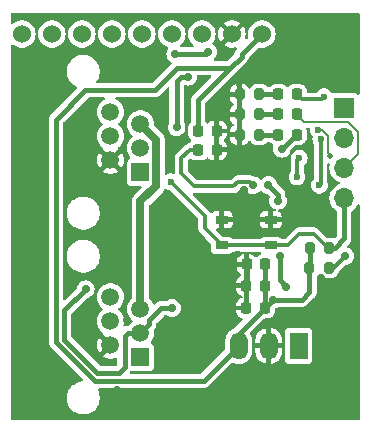
<source format=gtl>
G04 #@! TF.GenerationSoftware,KiCad,Pcbnew,8.0.1*
G04 #@! TF.CreationDate,2024-10-15T00:39:43+09:00*
G04 #@! TF.ProjectId,AltBoard2025,416c7442-6f61-4726-9432-3032352e6b69,rev?*
G04 #@! TF.SameCoordinates,Original*
G04 #@! TF.FileFunction,Copper,L1,Top*
G04 #@! TF.FilePolarity,Positive*
%FSLAX46Y46*%
G04 Gerber Fmt 4.6, Leading zero omitted, Abs format (unit mm)*
G04 Created by KiCad (PCBNEW 8.0.1) date 2024-10-15 00:39:43*
%MOMM*%
%LPD*%
G01*
G04 APERTURE LIST*
G04 Aperture macros list*
%AMRoundRect*
0 Rectangle with rounded corners*
0 $1 Rounding radius*
0 $2 $3 $4 $5 $6 $7 $8 $9 X,Y pos of 4 corners*
0 Add a 4 corners polygon primitive as box body*
4,1,4,$2,$3,$4,$5,$6,$7,$8,$9,$2,$3,0*
0 Add four circle primitives for the rounded corners*
1,1,$1+$1,$2,$3*
1,1,$1+$1,$4,$5*
1,1,$1+$1,$6,$7*
1,1,$1+$1,$8,$9*
0 Add four rect primitives between the rounded corners*
20,1,$1+$1,$2,$3,$4,$5,0*
20,1,$1+$1,$4,$5,$6,$7,0*
20,1,$1+$1,$6,$7,$8,$9,0*
20,1,$1+$1,$8,$9,$2,$3,0*%
G04 Aperture macros list end*
G04 #@! TA.AperFunction,ComponentPad*
%ADD10C,1.520000*%
G04 #@! TD*
G04 #@! TA.AperFunction,ComponentPad*
%ADD11R,1.520000X1.520000*%
G04 #@! TD*
G04 #@! TA.AperFunction,ComponentPad*
%ADD12R,1.700000X1.700000*%
G04 #@! TD*
G04 #@! TA.AperFunction,ComponentPad*
%ADD13O,1.700000X1.700000*%
G04 #@! TD*
G04 #@! TA.AperFunction,SMDPad,CuDef*
%ADD14RoundRect,0.225000X0.225000X0.250000X-0.225000X0.250000X-0.225000X-0.250000X0.225000X-0.250000X0*%
G04 #@! TD*
G04 #@! TA.AperFunction,SMDPad,CuDef*
%ADD15RoundRect,0.218750X-0.218750X-0.256250X0.218750X-0.256250X0.218750X0.256250X-0.218750X0.256250X0*%
G04 #@! TD*
G04 #@! TA.AperFunction,SMDPad,CuDef*
%ADD16RoundRect,0.225000X-0.225000X-0.250000X0.225000X-0.250000X0.225000X0.250000X-0.225000X0.250000X0*%
G04 #@! TD*
G04 #@! TA.AperFunction,ComponentPad*
%ADD17R,1.500000X2.300000*%
G04 #@! TD*
G04 #@! TA.AperFunction,ComponentPad*
%ADD18O,1.500000X2.300000*%
G04 #@! TD*
G04 #@! TA.AperFunction,SMDPad,CuDef*
%ADD19R,1.050000X0.650000*%
G04 #@! TD*
G04 #@! TA.AperFunction,SMDPad,CuDef*
%ADD20RoundRect,0.200000X0.200000X0.275000X-0.200000X0.275000X-0.200000X-0.275000X0.200000X-0.275000X0*%
G04 #@! TD*
G04 #@! TA.AperFunction,SMDPad,CuDef*
%ADD21RoundRect,0.200000X-0.200000X-0.275000X0.200000X-0.275000X0.200000X0.275000X-0.200000X0.275000X0*%
G04 #@! TD*
G04 #@! TA.AperFunction,ComponentPad*
%ADD22C,1.524000*%
G04 #@! TD*
G04 #@! TA.AperFunction,ViaPad*
%ADD23C,0.700000*%
G04 #@! TD*
G04 #@! TA.AperFunction,ViaPad*
%ADD24C,0.600000*%
G04 #@! TD*
G04 #@! TA.AperFunction,ViaPad*
%ADD25C,0.500000*%
G04 #@! TD*
G04 #@! TA.AperFunction,Conductor*
%ADD26C,0.400000*%
G04 #@! TD*
G04 #@! TA.AperFunction,Conductor*
%ADD27C,0.200000*%
G04 #@! TD*
G04 #@! TA.AperFunction,Conductor*
%ADD28C,0.300000*%
G04 #@! TD*
G04 #@! TA.AperFunction,Conductor*
%ADD29C,0.700000*%
G04 #@! TD*
G04 APERTURE END LIST*
D10*
X124600000Y-27700000D03*
X127140000Y-28720000D03*
X124600000Y-29740000D03*
X127140000Y-30760000D03*
X124600000Y-31780000D03*
D11*
X127140000Y-32800000D03*
D12*
X144400000Y-27360000D03*
D13*
X144400000Y-29900000D03*
X144400000Y-32440000D03*
X144400000Y-34980000D03*
D14*
X133600000Y-30900000D03*
X132050000Y-30900000D03*
D15*
X138800000Y-27900000D03*
X140375000Y-27900000D03*
D16*
X136150000Y-40600000D03*
X137700000Y-40600000D03*
D17*
X140547000Y-47492500D03*
D18*
X138007000Y-47492500D03*
X135467000Y-47492500D03*
D19*
X138175000Y-38975000D03*
X134025000Y-38975000D03*
X138175000Y-36825000D03*
X134025000Y-36825000D03*
D14*
X137650000Y-44300000D03*
X136100000Y-44300000D03*
D15*
X138812500Y-26200000D03*
X140387500Y-26200000D03*
D16*
X132050000Y-29300000D03*
X133600000Y-29300000D03*
D11*
X127140000Y-48450000D03*
D10*
X124600000Y-47430000D03*
X127140000Y-46410000D03*
X124600000Y-45390000D03*
X127140000Y-44370000D03*
X124600000Y-43350000D03*
D20*
X137200000Y-29620000D03*
X135550000Y-29620000D03*
X135550000Y-26210000D03*
X137200000Y-26210000D03*
D21*
X141450000Y-40900000D03*
X143100000Y-40900000D03*
D15*
X138812500Y-29600000D03*
X140387500Y-29600000D03*
D20*
X137187500Y-27900000D03*
X135537500Y-27900000D03*
D21*
X141475000Y-39200000D03*
X143125000Y-39200000D03*
D16*
X136100000Y-42400000D03*
X137650000Y-42400000D03*
D22*
X137420000Y-21100000D03*
X134880000Y-21100000D03*
X132340000Y-21100000D03*
X129800000Y-21100000D03*
X127260000Y-21100000D03*
X124720000Y-21100000D03*
X122180000Y-21100000D03*
X119640000Y-21100000D03*
X117100000Y-21100000D03*
D23*
X127500000Y-24200000D03*
D24*
X125700000Y-28700000D03*
D23*
X138000000Y-25200000D03*
D24*
X118000000Y-29400000D03*
X132400000Y-32400000D03*
D23*
X125800000Y-35700000D03*
D24*
X128400000Y-37200000D03*
D23*
X120400000Y-51500000D03*
D24*
X131900000Y-44600000D03*
D23*
X123900000Y-48800000D03*
X123500000Y-46400000D03*
X136400000Y-36400000D03*
X128500000Y-53200000D03*
X135895014Y-34302493D03*
X118500000Y-43400000D03*
X142404947Y-41742746D03*
X120100000Y-23300000D03*
X136500000Y-37800000D03*
D24*
X140100000Y-45000000D03*
D23*
X145300000Y-22500000D03*
X126000000Y-45300000D03*
X143600000Y-51600000D03*
X131651460Y-38778216D03*
X125200000Y-51200000D03*
X118500000Y-25900000D03*
X135200000Y-50500000D03*
X123500000Y-20100000D03*
D24*
X131100000Y-49100000D03*
D23*
X145300000Y-36900000D03*
X118100000Y-32000000D03*
X133900000Y-28100000D03*
X123100000Y-32600000D03*
X129100000Y-40900000D03*
X122900000Y-28700000D03*
X143200000Y-46100000D03*
X121300000Y-30300000D03*
D24*
X135000000Y-45400000D03*
D23*
X128800000Y-28000000D03*
X125600000Y-41500000D03*
X143900000Y-25200000D03*
X137700000Y-30800000D03*
X135600000Y-30800000D03*
X132100000Y-40400000D03*
X139200000Y-20500000D03*
D24*
X135500000Y-25200000D03*
D23*
X128500000Y-20100000D03*
X135100000Y-52600000D03*
X141200000Y-22600000D03*
X117200000Y-50000000D03*
X143900000Y-43800000D03*
D24*
X135400000Y-39700000D03*
D23*
X129900000Y-35600000D03*
X138930331Y-39869669D03*
X139100000Y-30800000D03*
X138800000Y-35200000D03*
X138350000Y-43600000D03*
X139469425Y-42485354D03*
X137980025Y-33880025D03*
X136700000Y-33900000D03*
D24*
X142700000Y-26400000D03*
D23*
X129800000Y-44300000D03*
X122500000Y-42700000D03*
D24*
X140400000Y-33200000D03*
X140600000Y-31600000D03*
X129700000Y-33600000D03*
X142400000Y-30000000D03*
X142300000Y-33900000D03*
D23*
X144500000Y-39900000D03*
X131200000Y-24700000D03*
X130200000Y-29000000D03*
D24*
X142200000Y-29200000D03*
D25*
X143231672Y-31400000D03*
D23*
X130100000Y-22800000D03*
X132900000Y-22600000D03*
D26*
X131651460Y-39951460D02*
X132100000Y-40400000D01*
X131651460Y-38778216D02*
X131651460Y-39951460D01*
D27*
X136150000Y-42350000D02*
X136100000Y-42400000D01*
D26*
X142404947Y-41742746D02*
X142404947Y-41804947D01*
X136300000Y-35000000D02*
X136300000Y-36300000D01*
X142404947Y-41804947D02*
X143900000Y-43300000D01*
X136300000Y-36300000D02*
X136400000Y-36400000D01*
X135895014Y-34302493D02*
X135895014Y-34595014D01*
X135895014Y-34595014D02*
X136300000Y-35000000D01*
X136150000Y-40600000D02*
X136150000Y-42350000D01*
X143900000Y-43300000D02*
X143900000Y-43800000D01*
X136100000Y-42400000D02*
X136100000Y-44300000D01*
X120000000Y-47200000D02*
X120000000Y-28339339D01*
X135467000Y-46483000D02*
X137650000Y-44300000D01*
X138930331Y-41946260D02*
X139469425Y-42485354D01*
X135700000Y-22820000D02*
X135700000Y-23000000D01*
X132509500Y-50450000D02*
X124550000Y-50450000D01*
X140800000Y-43600000D02*
X141450000Y-42950000D01*
X134700000Y-24000000D02*
X132050000Y-26650000D01*
X138800000Y-35200000D02*
X138800000Y-34700000D01*
X138800000Y-34700000D02*
X137980025Y-33880025D01*
X140387500Y-29600000D02*
X140300000Y-29600000D01*
X124500000Y-50500000D02*
X123300000Y-50500000D01*
X128369512Y-25850000D02*
X130269512Y-23950000D01*
X130269512Y-23950000D02*
X134650000Y-23950000D01*
X134650000Y-23950000D02*
X134700000Y-24000000D01*
X137700000Y-42350000D02*
X137650000Y-42400000D01*
X141475000Y-39200000D02*
X141475000Y-40875000D01*
X137650000Y-44300000D02*
X138350000Y-43600000D01*
X137700000Y-40600000D02*
X137700000Y-42350000D01*
X138930331Y-39869669D02*
X138930331Y-41946260D01*
X138350000Y-43600000D02*
X140800000Y-43600000D01*
X135467000Y-47492500D02*
X135467000Y-46483000D01*
X141450000Y-42950000D02*
X141450000Y-40900000D01*
X122489339Y-25850000D02*
X128369512Y-25850000D01*
X135467000Y-47492500D02*
X132509500Y-50450000D01*
X141475000Y-40875000D02*
X141450000Y-40900000D01*
X132050000Y-26650000D02*
X132050000Y-29300000D01*
X120000000Y-28339339D02*
X122489339Y-25850000D01*
X124550000Y-50450000D02*
X124500000Y-50500000D01*
X137420000Y-21100000D02*
X135700000Y-22820000D01*
X135700000Y-23000000D02*
X134700000Y-24000000D01*
X140300000Y-29600000D02*
X139100000Y-30800000D01*
X137650000Y-42400000D02*
X137650000Y-44300000D01*
X123300000Y-50500000D02*
X120000000Y-47200000D01*
D28*
X130600000Y-31600000D02*
X131300000Y-30900000D01*
X136402493Y-33602493D02*
X135397507Y-33602493D01*
X131700000Y-34000000D02*
X130600000Y-32900000D01*
X131300000Y-30900000D02*
X132050000Y-30900000D01*
X136700000Y-33900000D02*
X136402493Y-33602493D01*
X135000000Y-34000000D02*
X131700000Y-34000000D01*
X135397507Y-33602493D02*
X135000000Y-34000000D01*
X130600000Y-32900000D02*
X130600000Y-31600000D01*
D29*
X128450000Y-33950000D02*
X127140000Y-35260000D01*
X127140000Y-35260000D02*
X127140000Y-44370000D01*
X128450000Y-30030000D02*
X128450000Y-33950000D01*
X127140000Y-28720000D02*
X128450000Y-30030000D01*
D27*
X144710000Y-28510000D02*
X140985000Y-28510000D01*
X145600000Y-29400000D02*
X144710000Y-28510000D01*
X140985000Y-28510000D02*
X140375000Y-27900000D01*
D28*
X144400000Y-31825000D02*
X144400000Y-32440000D01*
D27*
X144400000Y-32440000D02*
X145600000Y-31240000D01*
X145600000Y-31240000D02*
X145600000Y-29400000D01*
D26*
X137187500Y-27900000D02*
X138800000Y-27900000D01*
X138802500Y-26210000D02*
X138812500Y-26200000D01*
X137200000Y-26210000D02*
X138802500Y-26210000D01*
D28*
X142500000Y-26600000D02*
X140787500Y-26600000D01*
X142700000Y-26400000D02*
X142500000Y-26600000D01*
X140787500Y-26600000D02*
X140387500Y-26200000D01*
D26*
X138792500Y-29620000D02*
X138812500Y-29600000D01*
X137200000Y-29620000D02*
X138792500Y-29620000D01*
X127900000Y-45300000D02*
X127900000Y-45650000D01*
X120700000Y-44500000D02*
X122500000Y-42700000D01*
X129800000Y-44300000D02*
X128900000Y-44300000D01*
X126065198Y-46410000D02*
X125800000Y-46675198D01*
X123500000Y-49800000D02*
X120700000Y-47000000D01*
X127140000Y-46410000D02*
X126065198Y-46410000D01*
X125300000Y-49800000D02*
X123500000Y-49800000D01*
X125800000Y-46675198D02*
X125800000Y-49300000D01*
X120700000Y-47000000D02*
X120700000Y-44500000D01*
X127900000Y-45650000D02*
X127140000Y-46410000D01*
X128900000Y-44300000D02*
X127900000Y-45300000D01*
X125800000Y-49300000D02*
X125300000Y-49800000D01*
D28*
X140400000Y-31800000D02*
X140600000Y-31600000D01*
X140400000Y-33200000D02*
X140400000Y-31800000D01*
X132600000Y-36500000D02*
X132600000Y-37550000D01*
X132600000Y-37550000D02*
X134025000Y-38975000D01*
X138175000Y-38975000D02*
X139625000Y-38975000D01*
X143000000Y-39200000D02*
X143125000Y-39200000D01*
X134025000Y-38975000D02*
X138175000Y-38975000D01*
D26*
X144400000Y-38400000D02*
X144400000Y-34980000D01*
D28*
X139625000Y-38975000D02*
X140600000Y-38000000D01*
X141800000Y-38000000D02*
X143000000Y-39200000D01*
X129700000Y-33600000D02*
X132600000Y-36500000D01*
D26*
X143600000Y-39200000D02*
X144400000Y-38400000D01*
D28*
X140600000Y-38000000D02*
X141800000Y-38000000D01*
D26*
X143125000Y-39200000D02*
X143600000Y-39200000D01*
D28*
X142300000Y-33900000D02*
X142400000Y-33800000D01*
X142400000Y-33800000D02*
X142400000Y-30000000D01*
X144500000Y-39900000D02*
X143500000Y-40900000D01*
X143500000Y-40900000D02*
X143100000Y-40900000D01*
D26*
X131200000Y-24700000D02*
X130600000Y-24700000D01*
X130200000Y-25100000D02*
X130200000Y-25400000D01*
X130200000Y-25400000D02*
X130200000Y-29000000D01*
X130600000Y-24700000D02*
X130200000Y-25100000D01*
D27*
X142500000Y-29200000D02*
X143000000Y-29700000D01*
X143000000Y-29700000D02*
X143000000Y-30700000D01*
X143000000Y-31168328D02*
X143231672Y-31400000D01*
X143000000Y-30700000D02*
X143000000Y-31168328D01*
X142200000Y-29200000D02*
X142500000Y-29200000D01*
D26*
X132700000Y-22800000D02*
X132900000Y-22600000D01*
X130100000Y-22800000D02*
X132700000Y-22800000D01*
G04 #@! TA.AperFunction,Conductor*
G36*
X145658691Y-19319407D02*
G01*
X145694655Y-19368907D01*
X145699500Y-19399500D01*
X145699500Y-26154101D01*
X145680593Y-26212292D01*
X145631093Y-26248256D01*
X145569907Y-26248256D01*
X145530498Y-26224106D01*
X145488342Y-26181950D01*
X145375304Y-26124354D01*
X145375305Y-26124354D01*
X145281521Y-26109500D01*
X143518478Y-26109500D01*
X143518476Y-26109501D01*
X143427959Y-26123836D01*
X143367527Y-26114264D01*
X143329156Y-26076352D01*
X143328220Y-26076999D01*
X143296188Y-26030593D01*
X143228183Y-25932071D01*
X143187101Y-25895676D01*
X143100853Y-25819267D01*
X143100852Y-25819266D01*
X142950225Y-25740210D01*
X142950224Y-25740209D01*
X142950223Y-25740209D01*
X142785058Y-25699500D01*
X142785056Y-25699500D01*
X142614944Y-25699500D01*
X142614941Y-25699500D01*
X142449776Y-25740209D01*
X142299146Y-25819267D01*
X142171818Y-25932069D01*
X142171816Y-25932072D01*
X142120277Y-26006739D01*
X142071660Y-26043888D01*
X142038802Y-26049500D01*
X141324499Y-26049500D01*
X141266308Y-26030593D01*
X141230344Y-25981093D01*
X141225499Y-25950500D01*
X141225499Y-25881218D01*
X141225499Y-25881214D01*
X141222737Y-25846108D01*
X141179087Y-25695861D01*
X141141564Y-25632414D01*
X141099445Y-25561194D01*
X141099444Y-25561193D01*
X141099443Y-25561191D01*
X140988809Y-25450557D01*
X140988806Y-25450555D01*
X140988805Y-25450554D01*
X140854141Y-25370914D01*
X140854140Y-25370913D01*
X140854139Y-25370913D01*
X140777800Y-25348735D01*
X140703890Y-25327262D01*
X140681390Y-25325492D01*
X140668787Y-25324500D01*
X140668781Y-25324500D01*
X140106218Y-25324500D01*
X140071108Y-25327263D01*
X140071100Y-25327264D01*
X139920858Y-25370914D01*
X139920857Y-25370914D01*
X139786194Y-25450554D01*
X139786191Y-25450556D01*
X139786191Y-25450557D01*
X139675557Y-25561191D01*
X139675555Y-25561193D01*
X139671153Y-25565596D01*
X139669345Y-25563788D01*
X139627611Y-25592145D01*
X139566456Y-25590217D01*
X139530412Y-25564030D01*
X139528847Y-25565596D01*
X139524444Y-25561193D01*
X139524443Y-25561191D01*
X139413809Y-25450557D01*
X139413806Y-25450555D01*
X139413805Y-25450554D01*
X139279141Y-25370914D01*
X139279140Y-25370913D01*
X139279139Y-25370913D01*
X139202800Y-25348735D01*
X139128890Y-25327262D01*
X139106390Y-25325492D01*
X139093787Y-25324500D01*
X139093781Y-25324500D01*
X138531218Y-25324500D01*
X138496108Y-25327263D01*
X138496100Y-25327264D01*
X138345858Y-25370914D01*
X138345857Y-25370914D01*
X138211194Y-25450554D01*
X138100553Y-25561195D01*
X138096739Y-25566113D01*
X138095714Y-25565317D01*
X138054842Y-25601355D01*
X138015519Y-25609500D01*
X137955970Y-25609500D01*
X137897779Y-25590593D01*
X137877428Y-25570767D01*
X137870082Y-25561194D01*
X137828282Y-25506718D01*
X137828277Y-25506714D01*
X137828276Y-25506713D01*
X137751526Y-25447821D01*
X137702841Y-25410464D01*
X137702840Y-25410463D01*
X137702838Y-25410462D01*
X137556766Y-25349957D01*
X137556758Y-25349955D01*
X137439361Y-25334500D01*
X136960642Y-25334500D01*
X136960637Y-25334501D01*
X136843241Y-25349955D01*
X136843233Y-25349957D01*
X136697161Y-25410462D01*
X136697160Y-25410462D01*
X136571723Y-25506713D01*
X136571713Y-25506723D01*
X136475463Y-25632160D01*
X136466193Y-25654540D01*
X136426456Y-25701066D01*
X136366961Y-25715349D01*
X136310433Y-25691934D01*
X136283265Y-25654540D01*
X136274099Y-25632412D01*
X136274098Y-25632410D01*
X136177929Y-25507080D01*
X136177919Y-25507070D01*
X136052589Y-25410901D01*
X136052585Y-25410899D01*
X135906631Y-25350444D01*
X135906630Y-25350443D01*
X135789323Y-25335000D01*
X135750001Y-25335000D01*
X135750000Y-25335001D01*
X135750000Y-27074493D01*
X135737500Y-27112964D01*
X135737500Y-28717879D01*
X135748781Y-28740020D01*
X135750000Y-28755507D01*
X135750000Y-30494998D01*
X135750001Y-30494999D01*
X135789320Y-30494999D01*
X135789324Y-30494998D01*
X135906629Y-30479556D01*
X135906631Y-30479555D01*
X136052585Y-30419100D01*
X136052589Y-30419098D01*
X136177919Y-30322929D01*
X136177929Y-30322919D01*
X136274098Y-30197589D01*
X136274100Y-30197585D01*
X136283265Y-30175460D01*
X136323001Y-30128934D01*
X136382495Y-30114650D01*
X136439024Y-30138064D01*
X136466193Y-30175460D01*
X136475462Y-30197838D01*
X136475462Y-30197839D01*
X136571439Y-30322919D01*
X136571718Y-30323282D01*
X136697159Y-30419536D01*
X136697160Y-30419536D01*
X136697161Y-30419537D01*
X136825595Y-30472736D01*
X136843238Y-30480044D01*
X136960639Y-30495500D01*
X137439360Y-30495499D01*
X137556762Y-30480044D01*
X137702841Y-30419536D01*
X137828282Y-30323282D01*
X137877428Y-30259232D01*
X137927852Y-30224577D01*
X137955970Y-30220500D01*
X138041241Y-30220500D01*
X138099432Y-30239407D01*
X138111238Y-30249490D01*
X138211191Y-30349443D01*
X138211193Y-30349444D01*
X138211194Y-30349445D01*
X138349588Y-30431292D01*
X138390051Y-30477188D01*
X138395809Y-30538102D01*
X138392638Y-30549202D01*
X138363687Y-30631939D01*
X138363685Y-30631946D01*
X138344751Y-30799995D01*
X138344751Y-30800004D01*
X138363685Y-30968053D01*
X138363688Y-30968065D01*
X138419544Y-31127690D01*
X138419544Y-31127691D01*
X138509520Y-31270886D01*
X138509523Y-31270890D01*
X138629110Y-31390477D01*
X138772310Y-31480456D01*
X138820033Y-31497155D01*
X138931934Y-31536311D01*
X138931938Y-31536312D01*
X138931941Y-31536313D01*
X138931942Y-31536313D01*
X138931946Y-31536314D01*
X139099996Y-31555249D01*
X139100000Y-31555249D01*
X139100004Y-31555249D01*
X139268053Y-31536314D01*
X139268055Y-31536313D01*
X139268059Y-31536313D01*
X139427690Y-31480456D01*
X139570890Y-31390477D01*
X139690477Y-31270890D01*
X139780456Y-31127690D01*
X139836313Y-30968059D01*
X139839435Y-30940342D01*
X139864739Y-30884636D01*
X139867810Y-30881424D01*
X140244740Y-30504495D01*
X140299256Y-30476718D01*
X140314743Y-30475499D01*
X140668781Y-30475499D01*
X140668786Y-30475499D01*
X140703892Y-30472737D01*
X140854139Y-30429087D01*
X140988809Y-30349443D01*
X141099443Y-30238809D01*
X141179087Y-30104139D01*
X141222737Y-29953892D01*
X141225500Y-29918787D01*
X141225499Y-29281214D01*
X141222737Y-29246108D01*
X141205963Y-29188369D01*
X141191074Y-29137120D01*
X141192996Y-29075965D01*
X141230497Y-29027619D01*
X141286143Y-29010500D01*
X141405617Y-29010500D01*
X141463808Y-29029407D01*
X141499772Y-29078907D01*
X141503894Y-29121432D01*
X141494355Y-29200000D01*
X141514860Y-29368872D01*
X141575182Y-29527930D01*
X141671817Y-29667929D01*
X141699213Y-29692200D01*
X141730232Y-29744939D01*
X141726132Y-29801405D01*
X141714859Y-29831129D01*
X141694355Y-29999998D01*
X141694355Y-30000000D01*
X141714860Y-30168872D01*
X141775182Y-30327930D01*
X141831975Y-30410208D01*
X141849500Y-30466446D01*
X141849500Y-33318693D01*
X141830593Y-33376884D01*
X141816150Y-33392795D01*
X141771819Y-33432068D01*
X141771816Y-33432072D01*
X141705650Y-33527930D01*
X141675182Y-33572070D01*
X141622126Y-33711971D01*
X141614860Y-33731129D01*
X141594355Y-33899998D01*
X141594355Y-33900001D01*
X141594416Y-33900500D01*
X141614860Y-34068872D01*
X141675182Y-34227930D01*
X141771817Y-34367929D01*
X141899148Y-34480734D01*
X142049775Y-34559790D01*
X142214944Y-34600500D01*
X142214947Y-34600500D01*
X142385053Y-34600500D01*
X142385056Y-34600500D01*
X142550225Y-34559790D01*
X142700852Y-34480734D01*
X142828183Y-34367929D01*
X142924818Y-34227930D01*
X142985140Y-34068872D01*
X143005584Y-33900500D01*
X143005645Y-33900001D01*
X143005645Y-33899998D01*
X142991163Y-33780734D01*
X142985140Y-33731128D01*
X142956933Y-33656750D01*
X142950500Y-33621645D01*
X142950500Y-32487495D01*
X142964762Y-32443598D01*
X142964641Y-32443493D01*
X142950500Y-32392504D01*
X142950500Y-32127029D01*
X142969407Y-32068838D01*
X143018907Y-32032874D01*
X143073189Y-32030906D01*
X143108141Y-32039520D01*
X143160114Y-32071805D01*
X143183186Y-32128474D01*
X143180073Y-32161265D01*
X143163791Y-32222029D01*
X143148123Y-32401132D01*
X143132670Y-32437536D01*
X143148123Y-32478867D01*
X143163791Y-32657969D01*
X143163792Y-32657976D01*
X143163793Y-32657977D01*
X143220425Y-32869330D01*
X143312898Y-33067639D01*
X143366164Y-33143710D01*
X143405276Y-33199569D01*
X143438402Y-33246877D01*
X143593123Y-33401598D01*
X143593126Y-33401600D01*
X143593127Y-33401601D01*
X143628590Y-33426432D01*
X143772361Y-33527102D01*
X143970670Y-33619575D01*
X143970671Y-33619575D01*
X143972172Y-33620275D01*
X144016920Y-33662004D01*
X144028595Y-33722065D01*
X144002737Y-33777518D01*
X143972172Y-33799724D01*
X143772372Y-33892892D01*
X143772364Y-33892896D01*
X143593127Y-34018398D01*
X143438398Y-34173127D01*
X143312896Y-34352364D01*
X143312892Y-34352372D01*
X143220426Y-34550666D01*
X143163791Y-34762030D01*
X143144723Y-34979996D01*
X143144723Y-34980003D01*
X143163791Y-35197969D01*
X143163792Y-35197976D01*
X143163793Y-35197977D01*
X143220425Y-35409330D01*
X143299925Y-35579819D01*
X143312897Y-35607637D01*
X143386252Y-35712400D01*
X143438402Y-35786877D01*
X143593123Y-35941598D01*
X143593126Y-35941600D01*
X143593127Y-35941601D01*
X143598711Y-35945511D01*
X143757285Y-36056546D01*
X143794106Y-36105408D01*
X143799500Y-36137640D01*
X143799500Y-38110257D01*
X143780593Y-38168448D01*
X143770503Y-38180261D01*
X143619785Y-38330978D01*
X143565269Y-38358755D01*
X143511897Y-38352438D01*
X143481766Y-38339957D01*
X143481758Y-38339955D01*
X143364362Y-38324500D01*
X143364361Y-38324500D01*
X142944033Y-38324500D01*
X142885842Y-38305593D01*
X142874029Y-38295504D01*
X142688782Y-38110257D01*
X142138015Y-37559490D01*
X142012485Y-37487016D01*
X142012484Y-37487015D01*
X142012481Y-37487014D01*
X141977068Y-37477525D01*
X141977068Y-37477526D01*
X141872475Y-37449500D01*
X140527525Y-37449500D01*
X140422932Y-37477526D01*
X140387515Y-37487016D01*
X140261985Y-37559490D01*
X139425971Y-38395504D01*
X139371454Y-38423281D01*
X139355967Y-38424500D01*
X139081899Y-38424500D01*
X139023708Y-38405593D01*
X139011901Y-38395509D01*
X138938342Y-38321950D01*
X138825304Y-38264354D01*
X138825305Y-38264354D01*
X138731521Y-38249500D01*
X137618478Y-38249500D01*
X137618476Y-38249501D01*
X137524700Y-38264352D01*
X137524695Y-38264354D01*
X137411659Y-38321949D01*
X137411658Y-38321949D01*
X137411658Y-38321950D01*
X137338102Y-38395505D01*
X137283588Y-38423281D01*
X137268101Y-38424500D01*
X134931899Y-38424500D01*
X134873708Y-38405593D01*
X134861901Y-38395509D01*
X134788342Y-38321950D01*
X134675304Y-38264354D01*
X134675305Y-38264354D01*
X134581522Y-38249500D01*
X134581519Y-38249500D01*
X134119033Y-38249500D01*
X134060842Y-38230593D01*
X134049029Y-38220504D01*
X133547528Y-37719003D01*
X133519751Y-37664486D01*
X133529322Y-37604054D01*
X133572587Y-37560789D01*
X133617532Y-37549999D01*
X133824999Y-37549999D01*
X133825000Y-37549998D01*
X134225000Y-37549998D01*
X134225001Y-37549999D01*
X134581483Y-37549999D01*
X134581485Y-37549998D01*
X134675141Y-37535166D01*
X134675151Y-37535163D01*
X134788043Y-37477641D01*
X134877641Y-37388043D01*
X134935163Y-37275151D01*
X134935164Y-37275147D01*
X134950000Y-37181485D01*
X137250001Y-37181485D01*
X137264833Y-37275141D01*
X137264836Y-37275151D01*
X137322358Y-37388043D01*
X137411956Y-37477641D01*
X137524848Y-37535163D01*
X137524852Y-37535164D01*
X137618515Y-37549999D01*
X137974998Y-37549999D01*
X137975000Y-37549998D01*
X138375000Y-37549998D01*
X138375001Y-37549999D01*
X138731483Y-37549999D01*
X138731485Y-37549998D01*
X138825141Y-37535166D01*
X138825151Y-37535163D01*
X138938043Y-37477641D01*
X139027641Y-37388043D01*
X139085163Y-37275151D01*
X139085164Y-37275147D01*
X139100000Y-37181484D01*
X139100000Y-37025001D01*
X139099999Y-37025000D01*
X138375001Y-37025000D01*
X138375000Y-37025001D01*
X138375000Y-37549998D01*
X137975000Y-37549998D01*
X137975000Y-37025001D01*
X137974999Y-37025000D01*
X137250002Y-37025000D01*
X137250001Y-37025001D01*
X137250001Y-37181485D01*
X134950000Y-37181485D01*
X134950000Y-37181484D01*
X134950000Y-37025001D01*
X134949999Y-37025000D01*
X134225001Y-37025000D01*
X134225000Y-37025001D01*
X134225000Y-37549998D01*
X133825000Y-37549998D01*
X133825000Y-36624999D01*
X134225000Y-36624999D01*
X134225001Y-36625000D01*
X134949998Y-36625000D01*
X134949999Y-36624999D01*
X137250000Y-36624999D01*
X137250001Y-36625000D01*
X137974999Y-36625000D01*
X137975000Y-36624999D01*
X137975000Y-36100001D01*
X137974999Y-36100000D01*
X137618517Y-36100000D01*
X137618514Y-36100001D01*
X137524858Y-36114833D01*
X137524848Y-36114836D01*
X137411956Y-36172358D01*
X137322358Y-36261956D01*
X137264836Y-36374848D01*
X137264835Y-36374852D01*
X137250000Y-36468515D01*
X137250000Y-36624999D01*
X134949999Y-36624999D01*
X134949999Y-36468516D01*
X134949998Y-36468514D01*
X134935166Y-36374858D01*
X134935163Y-36374848D01*
X134877641Y-36261956D01*
X134788043Y-36172358D01*
X134675151Y-36114836D01*
X134675147Y-36114835D01*
X134581484Y-36100000D01*
X134225001Y-36100000D01*
X134225000Y-36100001D01*
X134225000Y-36624999D01*
X133825000Y-36624999D01*
X133825000Y-36100001D01*
X133824999Y-36100000D01*
X133468517Y-36100000D01*
X133468514Y-36100001D01*
X133374858Y-36114833D01*
X133374848Y-36114836D01*
X133261955Y-36172359D01*
X133261953Y-36172360D01*
X133216591Y-36217722D01*
X133162074Y-36245499D01*
X133101642Y-36235927D01*
X133060852Y-36197218D01*
X133040511Y-36161987D01*
X133040510Y-36161985D01*
X131598029Y-34719504D01*
X131570252Y-34664987D01*
X131579823Y-34604555D01*
X131623088Y-34561290D01*
X131668033Y-34550500D01*
X135072473Y-34550500D01*
X135072474Y-34550500D01*
X135072475Y-34550500D01*
X135212485Y-34512984D01*
X135212984Y-34512696D01*
X135338015Y-34440510D01*
X135518735Y-34259790D01*
X135596537Y-34181989D01*
X135651053Y-34154212D01*
X135666540Y-34152993D01*
X135923162Y-34152993D01*
X135981353Y-34171900D01*
X136016605Y-34219293D01*
X136019542Y-34227687D01*
X136019544Y-34227691D01*
X136103490Y-34361289D01*
X136109523Y-34370890D01*
X136229110Y-34490477D01*
X136229112Y-34490478D01*
X136229113Y-34490479D01*
X136341807Y-34561290D01*
X136372310Y-34580456D01*
X136429590Y-34600499D01*
X136531934Y-34636311D01*
X136531938Y-34636312D01*
X136531941Y-34636313D01*
X136531942Y-34636313D01*
X136531946Y-34636314D01*
X136699996Y-34655249D01*
X136700000Y-34655249D01*
X136700004Y-34655249D01*
X136868053Y-34636314D01*
X136868055Y-34636313D01*
X136868059Y-34636313D01*
X137027690Y-34580456D01*
X137170890Y-34490477D01*
X137279998Y-34381368D01*
X137334513Y-34353593D01*
X137394945Y-34363164D01*
X137420000Y-34381367D01*
X137509135Y-34470502D01*
X137509137Y-34470503D01*
X137509138Y-34470504D01*
X137636714Y-34550666D01*
X137652335Y-34560481D01*
X137709418Y-34580455D01*
X137811959Y-34616336D01*
X137811963Y-34616337D01*
X137811966Y-34616338D01*
X137839680Y-34619460D01*
X137895387Y-34644764D01*
X137898598Y-34647834D01*
X137995827Y-34745063D01*
X138076472Y-34825707D01*
X138104250Y-34880224D01*
X138099914Y-34928408D01*
X138063687Y-35031939D01*
X138063685Y-35031946D01*
X138044751Y-35199995D01*
X138044751Y-35200004D01*
X138063685Y-35368053D01*
X138063688Y-35368065D01*
X138119544Y-35527690D01*
X138119544Y-35527691D01*
X138172441Y-35611875D01*
X138209523Y-35670890D01*
X138329110Y-35790477D01*
X138472310Y-35880456D01*
X138513117Y-35894735D01*
X138549757Y-35907556D01*
X138598437Y-35944621D01*
X138616034Y-36003221D01*
X138595826Y-36060973D01*
X138545531Y-36095817D01*
X138517059Y-36100000D01*
X138375001Y-36100000D01*
X138375000Y-36100001D01*
X138375000Y-36624999D01*
X138375001Y-36625000D01*
X139099998Y-36625000D01*
X139099999Y-36624999D01*
X139099999Y-36468516D01*
X139099998Y-36468514D01*
X139085166Y-36374858D01*
X139085163Y-36374848D01*
X139027641Y-36261956D01*
X138938043Y-36172358D01*
X138857857Y-36131501D01*
X138814593Y-36088237D01*
X138805022Y-36027804D01*
X138832800Y-35973288D01*
X138887316Y-35945511D01*
X138891687Y-35944918D01*
X138968059Y-35936313D01*
X139127690Y-35880456D01*
X139270890Y-35790477D01*
X139390477Y-35670890D01*
X139480456Y-35527690D01*
X139536313Y-35368059D01*
X139539741Y-35337635D01*
X139555249Y-35200004D01*
X139555249Y-35199995D01*
X139536314Y-35031946D01*
X139536311Y-35031934D01*
X139484541Y-34883985D01*
X139480456Y-34872310D01*
X139480454Y-34872308D01*
X139480454Y-34872305D01*
X139415676Y-34769213D01*
X139400501Y-34716541D01*
X139400501Y-34620942D01*
X139400500Y-34620940D01*
X139400103Y-34619460D01*
X139371572Y-34512982D01*
X139359578Y-34468219D01*
X139359578Y-34468218D01*
X139343579Y-34440507D01*
X139280520Y-34331284D01*
X138747834Y-33798598D01*
X138720057Y-33744081D01*
X138719461Y-33739679D01*
X138716339Y-33711971D01*
X138716336Y-33711959D01*
X138674193Y-33591523D01*
X138660481Y-33552335D01*
X138581370Y-33426432D01*
X138570504Y-33409138D01*
X138570503Y-33409137D01*
X138570502Y-33409135D01*
X138450915Y-33289548D01*
X138450912Y-33289546D01*
X138450911Y-33289545D01*
X138308402Y-33200000D01*
X139694355Y-33200000D01*
X139714860Y-33368872D01*
X139775182Y-33527930D01*
X139871817Y-33667929D01*
X139999148Y-33780734D01*
X140149775Y-33859790D01*
X140314944Y-33900500D01*
X140314947Y-33900500D01*
X140485053Y-33900500D01*
X140485056Y-33900500D01*
X140650225Y-33859790D01*
X140800852Y-33780734D01*
X140928183Y-33667929D01*
X141024818Y-33527930D01*
X141085140Y-33368872D01*
X141105645Y-33200000D01*
X141085140Y-33031128D01*
X141024818Y-32872070D01*
X140968024Y-32789790D01*
X140950500Y-32733553D01*
X140950500Y-32267008D01*
X140969407Y-32208817D01*
X140996686Y-32185232D01*
X140995928Y-32184133D01*
X141000850Y-32180735D01*
X141000849Y-32180735D01*
X141000852Y-32180734D01*
X141128183Y-32067929D01*
X141224818Y-31927930D01*
X141285140Y-31768872D01*
X141305645Y-31600000D01*
X141304923Y-31594057D01*
X141300089Y-31554240D01*
X141285140Y-31431128D01*
X141224818Y-31272070D01*
X141128183Y-31132071D01*
X141106613Y-31112962D01*
X141000853Y-31019267D01*
X141000852Y-31019266D01*
X140850225Y-30940210D01*
X140850224Y-30940209D01*
X140850223Y-30940209D01*
X140685058Y-30899500D01*
X140685056Y-30899500D01*
X140514944Y-30899500D01*
X140514941Y-30899500D01*
X140349776Y-30940209D01*
X140199146Y-31019267D01*
X140071818Y-31132069D01*
X140071816Y-31132072D01*
X139975182Y-31272070D01*
X139914860Y-31431128D01*
X139900665Y-31548030D01*
X139889487Y-31581516D01*
X139889499Y-31581521D01*
X139889429Y-31581687D01*
X139888127Y-31585591D01*
X139887016Y-31587514D01*
X139849500Y-31727525D01*
X139849500Y-32733553D01*
X139831975Y-32789790D01*
X139775182Y-32872070D01*
X139728587Y-32994934D01*
X139714860Y-33031129D01*
X139700602Y-33148555D01*
X139694355Y-33200000D01*
X138308402Y-33200000D01*
X138307716Y-33199569D01*
X138148090Y-33143713D01*
X138148078Y-33143710D01*
X137980029Y-33124776D01*
X137980021Y-33124776D01*
X137811971Y-33143710D01*
X137811959Y-33143713D01*
X137652334Y-33199569D01*
X137652333Y-33199569D01*
X137509138Y-33289545D01*
X137509135Y-33289547D01*
X137509135Y-33289548D01*
X137400026Y-33398656D01*
X137345512Y-33426432D01*
X137285080Y-33416861D01*
X137260024Y-33398657D01*
X137170890Y-33309523D01*
X137170887Y-33309521D01*
X137170886Y-33309520D01*
X137027691Y-33219544D01*
X136868059Y-33163686D01*
X136733772Y-33148555D01*
X136695358Y-33135915D01*
X136614979Y-33089509D01*
X136614974Y-33089507D01*
X136562562Y-33075463D01*
X136562562Y-33075464D01*
X136474968Y-33051993D01*
X135325032Y-33051993D01*
X135237438Y-33075464D01*
X135237437Y-33075463D01*
X135185025Y-33089507D01*
X135185024Y-33089507D01*
X135059489Y-33161985D01*
X134800970Y-33420504D01*
X134746454Y-33448281D01*
X134730967Y-33449500D01*
X131969033Y-33449500D01*
X131910842Y-33430593D01*
X131899029Y-33420504D01*
X131179496Y-32700971D01*
X131151719Y-32646454D01*
X131150500Y-32630967D01*
X131150500Y-31869032D01*
X131169407Y-31810841D01*
X131179496Y-31799029D01*
X131316272Y-31662252D01*
X131370789Y-31634474D01*
X131431221Y-31644045D01*
X131436671Y-31647041D01*
X131438579Y-31648169D01*
X131438580Y-31648170D01*
X131574610Y-31728618D01*
X131726373Y-31772709D01*
X131761837Y-31775500D01*
X132338162Y-31775499D01*
X132373627Y-31772709D01*
X132525390Y-31728618D01*
X132661420Y-31648170D01*
X132755351Y-31554238D01*
X132809865Y-31526462D01*
X132870298Y-31536033D01*
X132895357Y-31554239D01*
X132988890Y-31647772D01*
X133124810Y-31728154D01*
X133276447Y-31772209D01*
X133276453Y-31772211D01*
X133311894Y-31775000D01*
X133399999Y-31775000D01*
X133400000Y-31774999D01*
X133800000Y-31774999D01*
X133800001Y-31775000D01*
X133888106Y-31775000D01*
X133923546Y-31772211D01*
X133923552Y-31772209D01*
X134075189Y-31728154D01*
X134211109Y-31647772D01*
X134322772Y-31536109D01*
X134403154Y-31400189D01*
X134447209Y-31248552D01*
X134447211Y-31248546D01*
X134450000Y-31213105D01*
X134450000Y-31100001D01*
X134449999Y-31100000D01*
X133800001Y-31100000D01*
X133800000Y-31100001D01*
X133800000Y-31774999D01*
X133400000Y-31774999D01*
X133400000Y-30699999D01*
X133800000Y-30699999D01*
X133800001Y-30700000D01*
X134449999Y-30700000D01*
X134450000Y-30699999D01*
X134450000Y-30586894D01*
X134447211Y-30551453D01*
X134447209Y-30551447D01*
X134403154Y-30399810D01*
X134322772Y-30263890D01*
X134228886Y-30170004D01*
X134201109Y-30115487D01*
X134210680Y-30055055D01*
X134228886Y-30029996D01*
X134322772Y-29936109D01*
X134323828Y-29934324D01*
X134750001Y-29934324D01*
X134765443Y-30051629D01*
X134765444Y-30051631D01*
X134825899Y-30197585D01*
X134825901Y-30197589D01*
X134922070Y-30322919D01*
X134922080Y-30322929D01*
X135047410Y-30419098D01*
X135047414Y-30419100D01*
X135193368Y-30479555D01*
X135193369Y-30479556D01*
X135310677Y-30494999D01*
X135350000Y-30494998D01*
X135350000Y-29820001D01*
X135349999Y-29820000D01*
X134750002Y-29820000D01*
X134750001Y-29820001D01*
X134750001Y-29934324D01*
X134323828Y-29934324D01*
X134403154Y-29800189D01*
X134447209Y-29648552D01*
X134447211Y-29648546D01*
X134450000Y-29613105D01*
X134450000Y-29500001D01*
X134449999Y-29500000D01*
X133800001Y-29500000D01*
X133800000Y-29500001D01*
X133800000Y-30699999D01*
X133400000Y-30699999D01*
X133400000Y-29099999D01*
X133800000Y-29099999D01*
X133800001Y-29100000D01*
X134449999Y-29100000D01*
X134450000Y-29099999D01*
X134450000Y-28986894D01*
X134447211Y-28951453D01*
X134447209Y-28951447D01*
X134403154Y-28799810D01*
X134322772Y-28663890D01*
X134211109Y-28552227D01*
X134075189Y-28471845D01*
X133923552Y-28427790D01*
X133923546Y-28427788D01*
X133888106Y-28425000D01*
X133800001Y-28425000D01*
X133800000Y-28425001D01*
X133800000Y-29099999D01*
X133400000Y-29099999D01*
X133400000Y-28425001D01*
X133399999Y-28425000D01*
X133311894Y-28425000D01*
X133276453Y-28427788D01*
X133276447Y-28427790D01*
X133124810Y-28471845D01*
X132988887Y-28552229D01*
X132895356Y-28645760D01*
X132840840Y-28673537D01*
X132780407Y-28663965D01*
X132755352Y-28645762D01*
X132679494Y-28569904D01*
X132651719Y-28515390D01*
X132650500Y-28499903D01*
X132650500Y-28214324D01*
X134737501Y-28214324D01*
X134752943Y-28331629D01*
X134752944Y-28331631D01*
X134813399Y-28477585D01*
X134813401Y-28477589D01*
X134909570Y-28602919D01*
X134909580Y-28602929D01*
X135018170Y-28686253D01*
X135052826Y-28736677D01*
X135051225Y-28797842D01*
X135018171Y-28843336D01*
X134922081Y-28917069D01*
X134922070Y-28917080D01*
X134825901Y-29042410D01*
X134825899Y-29042414D01*
X134765444Y-29188368D01*
X134765443Y-29188369D01*
X134750000Y-29305676D01*
X134750000Y-29419999D01*
X134750001Y-29420000D01*
X135349999Y-29420000D01*
X135350000Y-29419999D01*
X135350000Y-28802120D01*
X135338719Y-28779980D01*
X135337500Y-28764493D01*
X135337500Y-28100001D01*
X135337499Y-28100000D01*
X134737502Y-28100000D01*
X134737501Y-28100001D01*
X134737501Y-28214324D01*
X132650500Y-28214324D01*
X132650500Y-27699999D01*
X134737500Y-27699999D01*
X134737501Y-27700000D01*
X135337499Y-27700000D01*
X135337500Y-27699999D01*
X135337500Y-27035507D01*
X135350000Y-26997035D01*
X135350000Y-26410001D01*
X135349999Y-26410000D01*
X134750002Y-26410000D01*
X134750001Y-26410001D01*
X134750001Y-26524324D01*
X134765443Y-26641629D01*
X134765444Y-26641631D01*
X134825899Y-26787585D01*
X134825901Y-26787589D01*
X134922070Y-26912919D01*
X134922079Y-26912928D01*
X134998622Y-26971661D01*
X135033278Y-27022085D01*
X135031677Y-27083249D01*
X134998623Y-27128744D01*
X134909581Y-27197069D01*
X134909570Y-27197080D01*
X134813401Y-27322410D01*
X134813399Y-27322414D01*
X134752944Y-27468368D01*
X134752943Y-27468369D01*
X134737500Y-27585676D01*
X134737500Y-27699999D01*
X132650500Y-27699999D01*
X132650500Y-26939742D01*
X132669407Y-26881551D01*
X132679490Y-26869744D01*
X133539235Y-26009999D01*
X134750000Y-26009999D01*
X134750001Y-26010000D01*
X135349999Y-26010000D01*
X135350000Y-26009999D01*
X135350000Y-25335000D01*
X135349999Y-25334999D01*
X135310681Y-25335000D01*
X135310673Y-25335001D01*
X135193370Y-25350443D01*
X135193368Y-25350444D01*
X135047414Y-25410899D01*
X135047410Y-25410901D01*
X134922080Y-25507070D01*
X134922070Y-25507080D01*
X134825901Y-25632410D01*
X134825899Y-25632414D01*
X134765444Y-25778368D01*
X134765443Y-25778369D01*
X134750000Y-25895676D01*
X134750000Y-26009999D01*
X133539235Y-26009999D01*
X135068713Y-24480521D01*
X135068716Y-24480520D01*
X135180520Y-24368716D01*
X135180521Y-24368713D01*
X136180520Y-23368716D01*
X136259577Y-23231784D01*
X136297414Y-23090575D01*
X136323034Y-23046200D01*
X137102209Y-22267024D01*
X137156724Y-22239249D01*
X137190396Y-22239715D01*
X137312279Y-22262500D01*
X137312280Y-22262500D01*
X137527721Y-22262500D01*
X137739496Y-22222912D01*
X137940391Y-22145085D01*
X138123564Y-22031669D01*
X138282778Y-21886526D01*
X138412612Y-21714599D01*
X138508643Y-21521742D01*
X138567601Y-21314524D01*
X138587480Y-21100000D01*
X138567601Y-20885476D01*
X138508643Y-20678258D01*
X138412612Y-20485401D01*
X138282778Y-20313474D01*
X138123564Y-20168331D01*
X137940391Y-20054915D01*
X137739496Y-19977088D01*
X137739495Y-19977087D01*
X137739493Y-19977087D01*
X137527721Y-19937500D01*
X137312279Y-19937500D01*
X137100506Y-19977087D01*
X136899608Y-20054915D01*
X136899603Y-20054918D01*
X136716440Y-20168328D01*
X136716438Y-20168329D01*
X136716436Y-20168331D01*
X136576371Y-20296017D01*
X136557223Y-20313473D01*
X136557219Y-20313478D01*
X136427389Y-20485399D01*
X136427384Y-20485408D01*
X136331357Y-20678257D01*
X136272399Y-20885474D01*
X136252520Y-21100000D01*
X136272399Y-21314525D01*
X136275050Y-21323842D01*
X136272785Y-21384985D01*
X136249831Y-21420932D01*
X136165727Y-21505036D01*
X136111210Y-21532813D01*
X136050778Y-21523242D01*
X136007513Y-21479977D01*
X135997942Y-21419545D01*
X136000502Y-21407939D01*
X136027107Y-21314431D01*
X136046977Y-21100000D01*
X136027107Y-20885566D01*
X135968174Y-20678438D01*
X135872188Y-20485671D01*
X135872182Y-20485661D01*
X135831307Y-20431535D01*
X135266370Y-20996471D01*
X135252741Y-20945606D01*
X135200080Y-20854394D01*
X135125606Y-20779920D01*
X135034394Y-20727259D01*
X134983525Y-20713628D01*
X135549393Y-20147761D01*
X135400172Y-20055367D01*
X135400167Y-20055364D01*
X135199356Y-19977570D01*
X134987675Y-19938000D01*
X134772325Y-19938000D01*
X134560643Y-19977570D01*
X134359832Y-20055364D01*
X134359827Y-20055367D01*
X134210605Y-20147761D01*
X134776473Y-20713629D01*
X134725606Y-20727259D01*
X134634394Y-20779920D01*
X134559920Y-20854394D01*
X134507259Y-20945606D01*
X134493629Y-20996473D01*
X133928692Y-20431536D01*
X133887816Y-20485663D01*
X133887811Y-20485672D01*
X133791825Y-20678438D01*
X133732892Y-20885566D01*
X133713022Y-21100000D01*
X133732892Y-21314433D01*
X133791825Y-21521561D01*
X133887813Y-21714331D01*
X133887822Y-21714346D01*
X133928690Y-21768463D01*
X134493628Y-21203525D01*
X134507259Y-21254394D01*
X134559920Y-21345606D01*
X134634394Y-21420080D01*
X134725606Y-21472741D01*
X134776471Y-21486370D01*
X134210605Y-22052237D01*
X134359824Y-22144631D01*
X134359830Y-22144634D01*
X134560643Y-22222429D01*
X134772325Y-22262000D01*
X134987674Y-22262000D01*
X135191318Y-22223931D01*
X135251992Y-22231823D01*
X135296440Y-22273872D01*
X135307683Y-22334015D01*
X135281427Y-22389281D01*
X135279515Y-22391247D01*
X135219479Y-22451284D01*
X135169359Y-22538095D01*
X135140424Y-22588211D01*
X135140422Y-22588215D01*
X135102586Y-22729419D01*
X135076964Y-22773798D01*
X134530261Y-23320503D01*
X134475744Y-23348281D01*
X134460257Y-23349500D01*
X133450874Y-23349500D01*
X133392683Y-23330593D01*
X133356719Y-23281093D01*
X133356719Y-23219907D01*
X133380868Y-23180498D01*
X133490477Y-23070890D01*
X133580456Y-22927690D01*
X133636313Y-22768059D01*
X133636314Y-22768053D01*
X133655249Y-22600004D01*
X133655249Y-22599995D01*
X133636314Y-22431946D01*
X133636311Y-22431934D01*
X133609170Y-22354370D01*
X133580456Y-22272310D01*
X133559682Y-22239249D01*
X133490479Y-22129113D01*
X133490478Y-22129112D01*
X133490477Y-22129110D01*
X133370890Y-22009523D01*
X133370887Y-22009521D01*
X133370884Y-22009518D01*
X133285229Y-21955697D01*
X133246017Y-21908728D01*
X133241902Y-21847682D01*
X133258898Y-21812211D01*
X133332612Y-21714599D01*
X133428643Y-21521742D01*
X133487601Y-21314524D01*
X133507480Y-21100000D01*
X133487601Y-20885476D01*
X133428643Y-20678258D01*
X133332612Y-20485401D01*
X133202778Y-20313474D01*
X133043564Y-20168331D01*
X132860391Y-20054915D01*
X132659496Y-19977088D01*
X132659495Y-19977087D01*
X132659493Y-19977087D01*
X132447721Y-19937500D01*
X132232279Y-19937500D01*
X132020506Y-19977087D01*
X131819608Y-20054915D01*
X131819603Y-20054918D01*
X131636440Y-20168328D01*
X131636438Y-20168329D01*
X131636436Y-20168331D01*
X131496371Y-20296017D01*
X131477223Y-20313473D01*
X131477219Y-20313478D01*
X131347389Y-20485399D01*
X131347384Y-20485408D01*
X131251357Y-20678257D01*
X131192399Y-20885474D01*
X131172520Y-21100000D01*
X131192399Y-21314525D01*
X131222280Y-21419545D01*
X131251357Y-21521742D01*
X131347388Y-21714599D01*
X131477222Y-21886526D01*
X131631686Y-22027339D01*
X131661952Y-22080514D01*
X131655181Y-22141323D01*
X131613961Y-22186540D01*
X131564990Y-22199500D01*
X130583461Y-22199500D01*
X130530785Y-22184323D01*
X130525782Y-22181179D01*
X130486572Y-22134208D01*
X130482460Y-22073161D01*
X130511759Y-22024197D01*
X130662778Y-21886526D01*
X130792612Y-21714599D01*
X130888643Y-21521742D01*
X130947601Y-21314524D01*
X130967480Y-21100000D01*
X130947601Y-20885476D01*
X130888643Y-20678258D01*
X130792612Y-20485401D01*
X130662778Y-20313474D01*
X130503564Y-20168331D01*
X130320391Y-20054915D01*
X130119496Y-19977088D01*
X130119495Y-19977087D01*
X130119493Y-19977087D01*
X129907721Y-19937500D01*
X129692279Y-19937500D01*
X129480506Y-19977087D01*
X129279608Y-20054915D01*
X129279603Y-20054918D01*
X129096440Y-20168328D01*
X129096438Y-20168329D01*
X129096436Y-20168331D01*
X128956371Y-20296017D01*
X128937223Y-20313473D01*
X128937219Y-20313478D01*
X128807389Y-20485399D01*
X128807384Y-20485408D01*
X128711357Y-20678257D01*
X128652399Y-20885474D01*
X128632520Y-21100000D01*
X128652399Y-21314525D01*
X128682280Y-21419545D01*
X128711357Y-21521742D01*
X128807388Y-21714599D01*
X128937222Y-21886526D01*
X129096436Y-22031669D01*
X129279609Y-22145085D01*
X129445589Y-22209386D01*
X129493018Y-22248035D01*
X129508672Y-22307184D01*
X129493650Y-22354370D01*
X129419544Y-22472308D01*
X129419544Y-22472309D01*
X129363688Y-22631934D01*
X129363685Y-22631946D01*
X129344751Y-22799995D01*
X129344751Y-22800004D01*
X129363685Y-22968053D01*
X129363688Y-22968065D01*
X129419544Y-23127690D01*
X129419544Y-23127691D01*
X129509520Y-23270886D01*
X129509523Y-23270890D01*
X129629110Y-23390477D01*
X129629112Y-23390478D01*
X129629115Y-23390481D01*
X129739360Y-23459753D01*
X129778572Y-23506721D01*
X129782687Y-23567768D01*
X129756692Y-23613582D01*
X128149773Y-25220504D01*
X128095256Y-25248281D01*
X128079769Y-25249500D01*
X123499232Y-25249500D01*
X123441041Y-25230593D01*
X123405077Y-25181093D01*
X123405077Y-25119907D01*
X123419135Y-25092315D01*
X123497815Y-24984022D01*
X123597895Y-24787606D01*
X123666015Y-24577951D01*
X123699155Y-24368716D01*
X123700500Y-24360225D01*
X123700500Y-24139774D01*
X123666015Y-23922051D01*
X123666015Y-23922049D01*
X123597895Y-23712394D01*
X123497815Y-23515978D01*
X123368242Y-23337635D01*
X123212365Y-23181758D01*
X123034022Y-23052185D01*
X123034021Y-23052184D01*
X123034019Y-23052183D01*
X122944825Y-23006736D01*
X122837606Y-22952105D01*
X122837602Y-22952104D01*
X122837599Y-22952102D01*
X122627948Y-22883984D01*
X122410225Y-22849500D01*
X122410222Y-22849500D01*
X122189778Y-22849500D01*
X122189775Y-22849500D01*
X121972051Y-22883984D01*
X121762400Y-22952102D01*
X121565980Y-23052183D01*
X121513134Y-23090578D01*
X121387635Y-23181758D01*
X121231758Y-23337635D01*
X121166971Y-23426806D01*
X121102183Y-23515980D01*
X121002102Y-23712400D01*
X120933984Y-23922051D01*
X120899500Y-24139774D01*
X120899500Y-24360225D01*
X120933984Y-24577948D01*
X121002102Y-24787599D01*
X121002104Y-24787602D01*
X121002105Y-24787606D01*
X121102185Y-24984022D01*
X121231758Y-25162365D01*
X121387635Y-25318242D01*
X121550630Y-25436664D01*
X121565981Y-25447817D01*
X121565988Y-25447821D01*
X121760102Y-25546728D01*
X121803367Y-25589992D01*
X121812938Y-25650424D01*
X121785161Y-25704941D01*
X119631286Y-27858817D01*
X119631284Y-27858819D01*
X119631283Y-27858818D01*
X119519482Y-27970620D01*
X119519480Y-27970622D01*
X119519480Y-27970623D01*
X119507951Y-27990593D01*
X119470815Y-28054915D01*
X119470814Y-28054916D01*
X119440424Y-28107550D01*
X119440423Y-28107554D01*
X119399499Y-28260282D01*
X119399499Y-28260284D01*
X119399499Y-28426370D01*
X119399500Y-28426383D01*
X119399500Y-47114863D01*
X119399499Y-47114881D01*
X119399499Y-47120943D01*
X119399499Y-47279057D01*
X119440423Y-47431785D01*
X119440424Y-47431786D01*
X119451897Y-47451658D01*
X119451897Y-47451661D01*
X119513481Y-47558326D01*
X119519480Y-47568716D01*
X119631284Y-47680520D01*
X119631286Y-47680521D01*
X122281260Y-50330496D01*
X122309037Y-50385013D01*
X122299466Y-50445445D01*
X122256201Y-50488710D01*
X122211256Y-50499500D01*
X122189775Y-50499500D01*
X121972051Y-50533984D01*
X121762400Y-50602102D01*
X121565980Y-50702183D01*
X121476806Y-50766971D01*
X121387635Y-50831758D01*
X121231758Y-50987635D01*
X121180609Y-51058036D01*
X121102183Y-51165980D01*
X121002102Y-51362400D01*
X120933984Y-51572051D01*
X120899500Y-51789774D01*
X120899500Y-52010225D01*
X120933984Y-52227948D01*
X121002102Y-52437599D01*
X121002104Y-52437602D01*
X121002105Y-52437606D01*
X121102185Y-52634022D01*
X121231758Y-52812365D01*
X121387635Y-52968242D01*
X121565978Y-53097815D01*
X121762394Y-53197895D01*
X121972049Y-53266015D01*
X122059140Y-53279809D01*
X122189775Y-53300500D01*
X122189778Y-53300500D01*
X122410225Y-53300500D01*
X122519086Y-53283257D01*
X122627951Y-53266015D01*
X122837606Y-53197895D01*
X123034022Y-53097815D01*
X123212365Y-52968242D01*
X123368242Y-52812365D01*
X123497815Y-52634022D01*
X123597895Y-52437606D01*
X123666015Y-52227951D01*
X123700500Y-52010222D01*
X123700500Y-51789778D01*
X123700500Y-51789774D01*
X123666015Y-51572051D01*
X123666015Y-51572049D01*
X123597895Y-51362394D01*
X123537795Y-51244443D01*
X123528225Y-51184013D01*
X123556002Y-51129496D01*
X123610519Y-51101719D01*
X123626006Y-51100500D01*
X124414864Y-51100500D01*
X124414880Y-51100501D01*
X124420943Y-51100501D01*
X124579055Y-51100501D01*
X124579057Y-51100501D01*
X124731785Y-51059577D01*
X124731789Y-51059574D01*
X124731791Y-51059574D01*
X124735506Y-51058036D01*
X124773391Y-51050500D01*
X132424364Y-51050500D01*
X132424380Y-51050501D01*
X132430443Y-51050501D01*
X132588555Y-51050501D01*
X132588557Y-51050501D01*
X132741285Y-51009577D01*
X132791614Y-50980519D01*
X132878216Y-50930520D01*
X132990020Y-50818716D01*
X132990021Y-50818713D01*
X134858348Y-48950385D01*
X134912863Y-48922610D01*
X134973292Y-48932180D01*
X135025361Y-48958711D01*
X135197591Y-49014671D01*
X135263791Y-49025156D01*
X135376451Y-49043000D01*
X135376454Y-49043000D01*
X135557549Y-49043000D01*
X135646977Y-49028835D01*
X135736409Y-49014671D01*
X135908639Y-48958711D01*
X136069994Y-48876496D01*
X136216501Y-48770053D01*
X136344553Y-48642001D01*
X136450996Y-48495494D01*
X136533211Y-48334139D01*
X136589171Y-48161909D01*
X136607959Y-48043285D01*
X136617500Y-47983049D01*
X136617500Y-47983010D01*
X136857000Y-47983010D01*
X136885316Y-48161789D01*
X136941250Y-48333940D01*
X137023431Y-48495230D01*
X137023433Y-48495234D01*
X137129824Y-48641669D01*
X137257830Y-48769675D01*
X137404265Y-48876066D01*
X137404269Y-48876068D01*
X137565559Y-48958249D01*
X137737710Y-49014183D01*
X137737711Y-49014184D01*
X137806999Y-49025157D01*
X137807000Y-49025156D01*
X137807000Y-47954379D01*
X137814007Y-47958425D01*
X137941174Y-47992500D01*
X138072826Y-47992500D01*
X138199993Y-47958425D01*
X138207000Y-47954379D01*
X138207000Y-49025157D01*
X138276288Y-49014184D01*
X138276289Y-49014183D01*
X138448440Y-48958249D01*
X138609730Y-48876068D01*
X138609734Y-48876066D01*
X138756169Y-48769675D01*
X138851823Y-48674021D01*
X139396500Y-48674021D01*
X139396501Y-48674023D01*
X139411352Y-48767799D01*
X139411354Y-48767804D01*
X139468950Y-48880842D01*
X139558658Y-48970550D01*
X139671696Y-49028146D01*
X139765481Y-49043000D01*
X141328518Y-49042999D01*
X141328521Y-49042999D01*
X141328522Y-49042998D01*
X141375411Y-49035572D01*
X141422299Y-49028147D01*
X141422299Y-49028146D01*
X141422304Y-49028146D01*
X141535342Y-48970550D01*
X141625050Y-48880842D01*
X141682646Y-48767804D01*
X141697500Y-48674019D01*
X141697499Y-46310982D01*
X141697499Y-46310981D01*
X141697499Y-46310978D01*
X141697498Y-46310976D01*
X141682647Y-46217200D01*
X141682646Y-46217198D01*
X141682646Y-46217196D01*
X141625050Y-46104158D01*
X141535342Y-46014450D01*
X141422304Y-45956854D01*
X141422305Y-45956854D01*
X141328521Y-45942000D01*
X139765478Y-45942000D01*
X139765476Y-45942001D01*
X139671700Y-45956852D01*
X139671695Y-45956854D01*
X139558659Y-46014449D01*
X139468949Y-46104159D01*
X139411354Y-46217195D01*
X139396500Y-46310978D01*
X139396500Y-48674021D01*
X138851823Y-48674021D01*
X138884175Y-48641669D01*
X138990566Y-48495234D01*
X138990568Y-48495230D01*
X139072749Y-48333940D01*
X139128683Y-48161789D01*
X139157000Y-47983010D01*
X139157000Y-47692501D01*
X139156999Y-47692500D01*
X138468880Y-47692500D01*
X138472925Y-47685493D01*
X138507000Y-47558326D01*
X138507000Y-47426674D01*
X138472925Y-47299507D01*
X138468880Y-47292500D01*
X139156999Y-47292500D01*
X139157000Y-47292499D01*
X139157000Y-47001989D01*
X139128683Y-46823210D01*
X139072749Y-46651059D01*
X138990568Y-46489769D01*
X138990566Y-46489765D01*
X138884175Y-46343330D01*
X138756169Y-46215324D01*
X138609734Y-46108933D01*
X138609730Y-46108931D01*
X138448440Y-46026750D01*
X138276289Y-45970816D01*
X138207000Y-45959841D01*
X138207000Y-47030620D01*
X138199993Y-47026575D01*
X138072826Y-46992500D01*
X137941174Y-46992500D01*
X137814007Y-47026575D01*
X137807000Y-47030620D01*
X137807000Y-45959842D01*
X137806999Y-45959841D01*
X137737710Y-45970816D01*
X137565559Y-46026750D01*
X137404269Y-46108931D01*
X137404265Y-46108933D01*
X137257830Y-46215324D01*
X137129824Y-46343330D01*
X137023433Y-46489765D01*
X137023431Y-46489769D01*
X136941250Y-46651059D01*
X136885316Y-46823210D01*
X136857000Y-47001989D01*
X136857000Y-47292499D01*
X136857001Y-47292500D01*
X137545120Y-47292500D01*
X137541075Y-47299507D01*
X137507000Y-47426674D01*
X137507000Y-47558326D01*
X137541075Y-47685493D01*
X137545120Y-47692500D01*
X136857001Y-47692500D01*
X136857000Y-47692501D01*
X136857000Y-47983010D01*
X136617500Y-47983010D01*
X136617500Y-47001950D01*
X136598614Y-46882712D01*
X136589171Y-46823091D01*
X136533211Y-46650861D01*
X136450996Y-46489506D01*
X136441250Y-46476092D01*
X136422341Y-46417904D01*
X136441246Y-46359712D01*
X136451331Y-46347902D01*
X137594739Y-45204495D01*
X137649256Y-45176718D01*
X137664743Y-45175499D01*
X137938157Y-45175499D01*
X137938162Y-45175499D01*
X137973627Y-45172709D01*
X138125390Y-45128618D01*
X138261420Y-45048170D01*
X138373170Y-44936420D01*
X138453618Y-44800390D01*
X138497709Y-44648627D01*
X138500500Y-44613163D01*
X138500499Y-44412700D01*
X138519406Y-44354511D01*
X138566799Y-44319258D01*
X138677690Y-44280456D01*
X138780790Y-44215674D01*
X138833461Y-44200500D01*
X140714864Y-44200500D01*
X140714880Y-44200501D01*
X140720943Y-44200501D01*
X140879055Y-44200501D01*
X140879057Y-44200501D01*
X141031785Y-44159577D01*
X141128561Y-44103703D01*
X141141946Y-44095975D01*
X141168710Y-44080524D01*
X141168711Y-44080522D01*
X141168716Y-44080520D01*
X141280520Y-43968716D01*
X141280521Y-43968713D01*
X141818713Y-43430521D01*
X141818716Y-43430520D01*
X141930520Y-43318716D01*
X141986551Y-43221667D01*
X142009577Y-43181785D01*
X142050501Y-43029057D01*
X142050501Y-42870943D01*
X142050501Y-42864881D01*
X142050500Y-42864863D01*
X142050500Y-41672071D01*
X142069407Y-41613880D01*
X142076715Y-41605324D01*
X142078282Y-41603282D01*
X142174536Y-41477841D01*
X142183536Y-41456114D01*
X142223272Y-41409588D01*
X142282767Y-41395304D01*
X142339295Y-41418718D01*
X142366464Y-41456114D01*
X142375462Y-41477838D01*
X142375462Y-41477839D01*
X142443116Y-41566007D01*
X142471718Y-41603282D01*
X142597159Y-41699536D01*
X142597160Y-41699536D01*
X142597161Y-41699537D01*
X142716672Y-41749040D01*
X142743238Y-41760044D01*
X142860639Y-41775500D01*
X143339360Y-41775499D01*
X143456762Y-41760044D01*
X143602841Y-41699536D01*
X143728282Y-41603282D01*
X143824536Y-41477841D01*
X143885044Y-41331762D01*
X143886460Y-41320998D01*
X143912796Y-41265776D01*
X143914573Y-41263950D01*
X144501736Y-40676786D01*
X144556251Y-40649011D01*
X144560635Y-40648416D01*
X144668059Y-40636313D01*
X144827690Y-40580456D01*
X144970890Y-40490477D01*
X145090477Y-40370890D01*
X145180456Y-40227690D01*
X145236313Y-40068059D01*
X145236314Y-40068053D01*
X145255249Y-39900004D01*
X145255249Y-39899995D01*
X145236314Y-39731946D01*
X145236311Y-39731934D01*
X145201259Y-39631762D01*
X145180456Y-39572310D01*
X145180293Y-39572051D01*
X145090479Y-39429113D01*
X145090478Y-39429112D01*
X145090477Y-39429110D01*
X144970890Y-39309523D01*
X144970887Y-39309521D01*
X144970886Y-39309520D01*
X144827691Y-39219544D01*
X144681572Y-39168415D01*
X144632892Y-39131350D01*
X144615295Y-39072750D01*
X144635503Y-39014998D01*
X144644259Y-39004974D01*
X144768713Y-38880521D01*
X144768716Y-38880520D01*
X144880520Y-38768716D01*
X144920500Y-38699467D01*
X144949312Y-38649565D01*
X144949322Y-38649546D01*
X144949349Y-38649500D01*
X144959577Y-38631785D01*
X145000501Y-38479057D01*
X145000501Y-38320943D01*
X145000501Y-38314881D01*
X145000500Y-38314863D01*
X145000500Y-36137640D01*
X145019407Y-36079449D01*
X145042712Y-36056547D01*
X145206877Y-35941598D01*
X145361598Y-35786877D01*
X145487102Y-35607639D01*
X145510776Y-35556869D01*
X145552503Y-35512123D01*
X145612564Y-35500448D01*
X145668017Y-35526305D01*
X145697681Y-35579819D01*
X145699500Y-35598710D01*
X145699500Y-53700500D01*
X145680593Y-53758691D01*
X145631093Y-53794655D01*
X145600500Y-53799500D01*
X116299500Y-53799500D01*
X116241309Y-53780593D01*
X116205345Y-53731093D01*
X116200500Y-53700500D01*
X116200500Y-22077262D01*
X116219407Y-22019071D01*
X116268907Y-21983107D01*
X116330093Y-21983107D01*
X116366192Y-22004098D01*
X116396436Y-22031669D01*
X116579609Y-22145085D01*
X116780504Y-22222912D01*
X116992279Y-22262500D01*
X117207721Y-22262500D01*
X117419496Y-22222912D01*
X117620391Y-22145085D01*
X117803564Y-22031669D01*
X117962778Y-21886526D01*
X118092612Y-21714599D01*
X118188643Y-21521742D01*
X118247601Y-21314524D01*
X118267480Y-21100000D01*
X118472520Y-21100000D01*
X118492399Y-21314525D01*
X118522280Y-21419545D01*
X118551357Y-21521742D01*
X118647388Y-21714599D01*
X118777222Y-21886526D01*
X118936436Y-22031669D01*
X119119609Y-22145085D01*
X119320504Y-22222912D01*
X119532279Y-22262500D01*
X119747721Y-22262500D01*
X119959496Y-22222912D01*
X120160391Y-22145085D01*
X120343564Y-22031669D01*
X120502778Y-21886526D01*
X120632612Y-21714599D01*
X120728643Y-21521742D01*
X120787601Y-21314524D01*
X120807480Y-21100000D01*
X121012520Y-21100000D01*
X121032399Y-21314525D01*
X121062280Y-21419545D01*
X121091357Y-21521742D01*
X121187388Y-21714599D01*
X121317222Y-21886526D01*
X121476436Y-22031669D01*
X121659609Y-22145085D01*
X121860504Y-22222912D01*
X122072279Y-22262500D01*
X122287721Y-22262500D01*
X122499496Y-22222912D01*
X122700391Y-22145085D01*
X122883564Y-22031669D01*
X123042778Y-21886526D01*
X123172612Y-21714599D01*
X123268643Y-21521742D01*
X123327601Y-21314524D01*
X123347480Y-21100000D01*
X123552520Y-21100000D01*
X123572399Y-21314525D01*
X123602280Y-21419545D01*
X123631357Y-21521742D01*
X123727388Y-21714599D01*
X123857222Y-21886526D01*
X124016436Y-22031669D01*
X124199609Y-22145085D01*
X124400504Y-22222912D01*
X124612279Y-22262500D01*
X124827721Y-22262500D01*
X125039496Y-22222912D01*
X125240391Y-22145085D01*
X125423564Y-22031669D01*
X125582778Y-21886526D01*
X125712612Y-21714599D01*
X125808643Y-21521742D01*
X125867601Y-21314524D01*
X125887480Y-21100000D01*
X126092520Y-21100000D01*
X126112399Y-21314525D01*
X126142280Y-21419545D01*
X126171357Y-21521742D01*
X126267388Y-21714599D01*
X126397222Y-21886526D01*
X126556436Y-22031669D01*
X126739609Y-22145085D01*
X126940504Y-22222912D01*
X127152279Y-22262500D01*
X127367721Y-22262500D01*
X127579496Y-22222912D01*
X127780391Y-22145085D01*
X127963564Y-22031669D01*
X128122778Y-21886526D01*
X128252612Y-21714599D01*
X128348643Y-21521742D01*
X128407601Y-21314524D01*
X128427480Y-21100000D01*
X128407601Y-20885476D01*
X128348643Y-20678258D01*
X128252612Y-20485401D01*
X128122778Y-20313474D01*
X127963564Y-20168331D01*
X127780391Y-20054915D01*
X127579496Y-19977088D01*
X127579495Y-19977087D01*
X127579493Y-19977087D01*
X127367721Y-19937500D01*
X127152279Y-19937500D01*
X126940506Y-19977087D01*
X126739608Y-20054915D01*
X126739603Y-20054918D01*
X126556440Y-20168328D01*
X126556438Y-20168329D01*
X126556436Y-20168331D01*
X126416371Y-20296017D01*
X126397223Y-20313473D01*
X126397219Y-20313478D01*
X126267389Y-20485399D01*
X126267384Y-20485408D01*
X126171357Y-20678257D01*
X126112399Y-20885474D01*
X126092520Y-21100000D01*
X125887480Y-21100000D01*
X125867601Y-20885476D01*
X125808643Y-20678258D01*
X125712612Y-20485401D01*
X125582778Y-20313474D01*
X125423564Y-20168331D01*
X125240391Y-20054915D01*
X125039496Y-19977088D01*
X125039495Y-19977087D01*
X125039493Y-19977087D01*
X124827721Y-19937500D01*
X124612279Y-19937500D01*
X124400506Y-19977087D01*
X124199608Y-20054915D01*
X124199603Y-20054918D01*
X124016440Y-20168328D01*
X124016438Y-20168329D01*
X124016436Y-20168331D01*
X123876371Y-20296017D01*
X123857223Y-20313473D01*
X123857219Y-20313478D01*
X123727389Y-20485399D01*
X123727384Y-20485408D01*
X123631357Y-20678257D01*
X123572399Y-20885474D01*
X123552520Y-21100000D01*
X123347480Y-21100000D01*
X123327601Y-20885476D01*
X123268643Y-20678258D01*
X123172612Y-20485401D01*
X123042778Y-20313474D01*
X122883564Y-20168331D01*
X122700391Y-20054915D01*
X122499496Y-19977088D01*
X122499495Y-19977087D01*
X122499493Y-19977087D01*
X122287721Y-19937500D01*
X122072279Y-19937500D01*
X121860506Y-19977087D01*
X121659608Y-20054915D01*
X121659603Y-20054918D01*
X121476440Y-20168328D01*
X121476438Y-20168329D01*
X121476436Y-20168331D01*
X121336371Y-20296017D01*
X121317223Y-20313473D01*
X121317219Y-20313478D01*
X121187389Y-20485399D01*
X121187384Y-20485408D01*
X121091357Y-20678257D01*
X121032399Y-20885474D01*
X121012520Y-21100000D01*
X120807480Y-21100000D01*
X120787601Y-20885476D01*
X120728643Y-20678258D01*
X120632612Y-20485401D01*
X120502778Y-20313474D01*
X120343564Y-20168331D01*
X120160391Y-20054915D01*
X119959496Y-19977088D01*
X119959495Y-19977087D01*
X119959493Y-19977087D01*
X119747721Y-19937500D01*
X119532279Y-19937500D01*
X119320506Y-19977087D01*
X119119608Y-20054915D01*
X119119603Y-20054918D01*
X118936440Y-20168328D01*
X118936438Y-20168329D01*
X118936436Y-20168331D01*
X118796371Y-20296017D01*
X118777223Y-20313473D01*
X118777219Y-20313478D01*
X118647389Y-20485399D01*
X118647384Y-20485408D01*
X118551357Y-20678257D01*
X118492399Y-20885474D01*
X118472520Y-21100000D01*
X118267480Y-21100000D01*
X118247601Y-20885476D01*
X118188643Y-20678258D01*
X118092612Y-20485401D01*
X117962778Y-20313474D01*
X117803564Y-20168331D01*
X117620391Y-20054915D01*
X117419496Y-19977088D01*
X117419495Y-19977087D01*
X117419493Y-19977087D01*
X117207721Y-19937500D01*
X116992279Y-19937500D01*
X116780506Y-19977087D01*
X116579608Y-20054915D01*
X116579603Y-20054918D01*
X116396438Y-20168329D01*
X116396435Y-20168331D01*
X116366195Y-20195899D01*
X116310454Y-20221129D01*
X116250528Y-20208776D01*
X116209308Y-20163560D01*
X116200500Y-20122737D01*
X116200500Y-19399500D01*
X116219407Y-19341309D01*
X116268907Y-19305345D01*
X116299500Y-19300500D01*
X145600500Y-19300500D01*
X145658691Y-19319407D01*
G37*
G04 #@! TD.AperFunction*
G04 #@! TA.AperFunction,Conductor*
G36*
X129293764Y-34178106D02*
G01*
X129293846Y-34177951D01*
X129294934Y-34178522D01*
X129297014Y-34179261D01*
X129299146Y-34180732D01*
X129299148Y-34180734D01*
X129449775Y-34259790D01*
X129449777Y-34259791D01*
X129539105Y-34281807D01*
X129597476Y-34296194D01*
X129643788Y-34322313D01*
X132020504Y-36699029D01*
X132048281Y-36753546D01*
X132049500Y-36769033D01*
X132049500Y-37622477D01*
X132060086Y-37661983D01*
X132060086Y-37661984D01*
X132060087Y-37661984D01*
X132060087Y-37661985D01*
X132087016Y-37762485D01*
X132159490Y-37888015D01*
X132623913Y-38352438D01*
X133070504Y-38799029D01*
X133098281Y-38853546D01*
X133099500Y-38869033D01*
X133099500Y-39331520D01*
X133099501Y-39331523D01*
X133114352Y-39425299D01*
X133114354Y-39425304D01*
X133171950Y-39538342D01*
X133261658Y-39628050D01*
X133374696Y-39685646D01*
X133468481Y-39700500D01*
X134581518Y-39700499D01*
X134581521Y-39700499D01*
X134581522Y-39700498D01*
X134628411Y-39693072D01*
X134675299Y-39685647D01*
X134675299Y-39685646D01*
X134675304Y-39685646D01*
X134788342Y-39628050D01*
X134861897Y-39554494D01*
X134916412Y-39526719D01*
X134931899Y-39525500D01*
X137268101Y-39525500D01*
X137326292Y-39544407D01*
X137338098Y-39554490D01*
X137362245Y-39578637D01*
X137390021Y-39633152D01*
X137380450Y-39693584D01*
X137337185Y-39736849D01*
X137319862Y-39743708D01*
X137261171Y-39760759D01*
X137224610Y-39771382D01*
X137224608Y-39771383D01*
X137224605Y-39771384D01*
X137088582Y-39851828D01*
X137088580Y-39851829D01*
X136994649Y-39945760D01*
X136940133Y-39973537D01*
X136879700Y-39963965D01*
X136854642Y-39945760D01*
X136761109Y-39852227D01*
X136625189Y-39771845D01*
X136473552Y-39727790D01*
X136473546Y-39727788D01*
X136438106Y-39725000D01*
X136350001Y-39725000D01*
X136350000Y-39725001D01*
X136350000Y-41433993D01*
X136331093Y-41492184D01*
X136321004Y-41503997D01*
X136300000Y-41525001D01*
X136300000Y-42501000D01*
X136281093Y-42559191D01*
X136231593Y-42595155D01*
X136201000Y-42600000D01*
X135250001Y-42600000D01*
X135250000Y-42600001D01*
X135250000Y-42713105D01*
X135252788Y-42748546D01*
X135252790Y-42748552D01*
X135296845Y-42900189D01*
X135377227Y-43036109D01*
X135488890Y-43147772D01*
X135624809Y-43228154D01*
X135716974Y-43254931D01*
X135767579Y-43289323D01*
X135788304Y-43346891D01*
X135771234Y-43405647D01*
X135722888Y-43443147D01*
X135716974Y-43445069D01*
X135624809Y-43471845D01*
X135488890Y-43552227D01*
X135377227Y-43663890D01*
X135296845Y-43799810D01*
X135252790Y-43951447D01*
X135252788Y-43951453D01*
X135250000Y-43986894D01*
X135250000Y-44099999D01*
X135250001Y-44100000D01*
X136201000Y-44100000D01*
X136259191Y-44118907D01*
X136295155Y-44168407D01*
X136300000Y-44199000D01*
X136300000Y-44401000D01*
X136281093Y-44459191D01*
X136231593Y-44495155D01*
X136201000Y-44500000D01*
X135250001Y-44500000D01*
X135250000Y-44500001D01*
X135250000Y-44613105D01*
X135252788Y-44648546D01*
X135252790Y-44648552D01*
X135296845Y-44800189D01*
X135377227Y-44936109D01*
X135488890Y-45047772D01*
X135624810Y-45128154D01*
X135733557Y-45159749D01*
X135784163Y-45194140D01*
X135804888Y-45251709D01*
X135787818Y-45310465D01*
X135775941Y-45324822D01*
X135114919Y-45985844D01*
X135075510Y-46009994D01*
X135061800Y-46014449D01*
X135025361Y-46026289D01*
X135025357Y-46026290D01*
X135025357Y-46026291D01*
X134864008Y-46108502D01*
X134833703Y-46130520D01*
X134717499Y-46214947D01*
X134589447Y-46342999D01*
X134542450Y-46407685D01*
X134483002Y-46489508D01*
X134400788Y-46650862D01*
X134344828Y-46823093D01*
X134316500Y-47001950D01*
X134316500Y-47752756D01*
X134297593Y-47810947D01*
X134287504Y-47822760D01*
X132289761Y-49820504D01*
X132235244Y-49848281D01*
X132219757Y-49849500D01*
X126338743Y-49849500D01*
X126280552Y-49830593D01*
X126244588Y-49781093D01*
X126244588Y-49719907D01*
X126268737Y-49680498D01*
X126280520Y-49668716D01*
X126285549Y-49660005D01*
X126331012Y-49619062D01*
X126371283Y-49610499D01*
X127931518Y-49610499D01*
X127931521Y-49610499D01*
X127931522Y-49610498D01*
X127978411Y-49603072D01*
X128025299Y-49595647D01*
X128025299Y-49595646D01*
X128025304Y-49595646D01*
X128138342Y-49538050D01*
X128228050Y-49448342D01*
X128285646Y-49335304D01*
X128300500Y-49241519D01*
X128300499Y-47658482D01*
X128300499Y-47658478D01*
X128300498Y-47658476D01*
X128285647Y-47564700D01*
X128285646Y-47564698D01*
X128285646Y-47564696D01*
X128228050Y-47451658D01*
X128138342Y-47361950D01*
X128134507Y-47359996D01*
X128053657Y-47318800D01*
X128010393Y-47275535D01*
X128000822Y-47215103D01*
X128019597Y-47170935D01*
X128130904Y-47023542D01*
X128226770Y-46831017D01*
X128285628Y-46624155D01*
X128305472Y-46410000D01*
X128285628Y-46195845D01*
X128283334Y-46187782D01*
X128285593Y-46126640D01*
X128308549Y-46090686D01*
X128380520Y-46018716D01*
X128432040Y-45929480D01*
X128459149Y-45882527D01*
X128459164Y-45882500D01*
X128459577Y-45881785D01*
X128500500Y-45729058D01*
X128500500Y-45589743D01*
X128519407Y-45531552D01*
X128529496Y-45519739D01*
X129119740Y-44929496D01*
X129174257Y-44901719D01*
X129189744Y-44900500D01*
X129316539Y-44900500D01*
X129369210Y-44915674D01*
X129454050Y-44968983D01*
X129472310Y-44980456D01*
X129536232Y-45002823D01*
X129631934Y-45036311D01*
X129631938Y-45036312D01*
X129631941Y-45036313D01*
X129631942Y-45036313D01*
X129631946Y-45036314D01*
X129799996Y-45055249D01*
X129800000Y-45055249D01*
X129800004Y-45055249D01*
X129968053Y-45036314D01*
X129968055Y-45036313D01*
X129968059Y-45036313D01*
X130127690Y-44980456D01*
X130270890Y-44890477D01*
X130390477Y-44770890D01*
X130480456Y-44627690D01*
X130536313Y-44468059D01*
X130537229Y-44459932D01*
X130555249Y-44300004D01*
X130555249Y-44299995D01*
X130536314Y-44131946D01*
X130536311Y-44131934D01*
X130485539Y-43986837D01*
X130480456Y-43972310D01*
X130478076Y-43968523D01*
X130390479Y-43829113D01*
X130390478Y-43829112D01*
X130390477Y-43829110D01*
X130270890Y-43709523D01*
X130270887Y-43709521D01*
X130270886Y-43709520D01*
X130127691Y-43619544D01*
X129968065Y-43563688D01*
X129968053Y-43563685D01*
X129800004Y-43544751D01*
X129799996Y-43544751D01*
X129631946Y-43563685D01*
X129631934Y-43563688D01*
X129472309Y-43619544D01*
X129472308Y-43619544D01*
X129369210Y-43684326D01*
X129316539Y-43699500D01*
X128985137Y-43699500D01*
X128985121Y-43699499D01*
X128979058Y-43699499D01*
X128820943Y-43699499D01*
X128820940Y-43699499D01*
X128668219Y-43740421D01*
X128668218Y-43740421D01*
X128531281Y-43819482D01*
X128382239Y-43968523D01*
X128327722Y-43996300D01*
X128267290Y-43986728D01*
X128224026Y-43943463D01*
X128223615Y-43942647D01*
X128162285Y-43819480D01*
X128130904Y-43756458D01*
X128001294Y-43584827D01*
X128001288Y-43584821D01*
X128001287Y-43584820D01*
X127922804Y-43513272D01*
X127892538Y-43460097D01*
X127890500Y-43440111D01*
X127890500Y-42199999D01*
X135250000Y-42199999D01*
X135250001Y-42200000D01*
X135899999Y-42200000D01*
X135900000Y-42199999D01*
X135900000Y-41566007D01*
X135918907Y-41507816D01*
X135928996Y-41496003D01*
X135950000Y-41474999D01*
X135950000Y-40800001D01*
X135949999Y-40800000D01*
X135300001Y-40800000D01*
X135300000Y-40800001D01*
X135300000Y-40913105D01*
X135302788Y-40948546D01*
X135302790Y-40948552D01*
X135346845Y-41100189D01*
X135427227Y-41236109D01*
X135538892Y-41347774D01*
X135627204Y-41400002D01*
X135667667Y-41445897D01*
X135673425Y-41506811D01*
X135642279Y-41559476D01*
X135627204Y-41570428D01*
X135488892Y-41652225D01*
X135377227Y-41763890D01*
X135296845Y-41899810D01*
X135252790Y-42051447D01*
X135252788Y-42051453D01*
X135250000Y-42086894D01*
X135250000Y-42199999D01*
X127890500Y-42199999D01*
X127890500Y-40399999D01*
X135300000Y-40399999D01*
X135300001Y-40400000D01*
X135949999Y-40400000D01*
X135950000Y-40399999D01*
X135950000Y-39725001D01*
X135949999Y-39725000D01*
X135861894Y-39725000D01*
X135826453Y-39727788D01*
X135826447Y-39727790D01*
X135674810Y-39771845D01*
X135538890Y-39852227D01*
X135427227Y-39963890D01*
X135346845Y-40099810D01*
X135302790Y-40251447D01*
X135302788Y-40251453D01*
X135300000Y-40286894D01*
X135300000Y-40399999D01*
X127890500Y-40399999D01*
X127890500Y-35611875D01*
X127909407Y-35553684D01*
X127919490Y-35541877D01*
X129032952Y-34428416D01*
X129109030Y-34314555D01*
X129115084Y-34305495D01*
X129149315Y-34222854D01*
X129189051Y-34176328D01*
X129248546Y-34162044D01*
X129293764Y-34178106D01*
G37*
G04 #@! TD.AperFunction*
G04 #@! TA.AperFunction,Conductor*
G36*
X133119448Y-24569407D02*
G01*
X133155412Y-24618907D01*
X133155412Y-24680093D01*
X133131261Y-24719503D01*
X132402949Y-25447815D01*
X131681286Y-26169478D01*
X131681284Y-26169480D01*
X131681283Y-26169479D01*
X131569480Y-26281283D01*
X131553069Y-26309709D01*
X131541054Y-26330520D01*
X131525561Y-26357354D01*
X131490424Y-26418211D01*
X131490423Y-26418215D01*
X131449499Y-26570943D01*
X131449499Y-26570945D01*
X131449499Y-26737031D01*
X131449500Y-26737044D01*
X131449500Y-28499903D01*
X131430593Y-28558094D01*
X131420509Y-28569900D01*
X131361328Y-28629082D01*
X131326827Y-28663583D01*
X131246383Y-28799606D01*
X131246383Y-28799607D01*
X131202290Y-28951374D01*
X131199500Y-28986842D01*
X131199500Y-29613157D01*
X131202291Y-29648626D01*
X131202292Y-29648631D01*
X131246383Y-29800393D01*
X131326827Y-29936416D01*
X131326828Y-29936417D01*
X131326830Y-29936420D01*
X131420408Y-30029998D01*
X131448184Y-30084513D01*
X131438613Y-30144945D01*
X131420409Y-30170000D01*
X131369910Y-30220500D01*
X131326827Y-30263583D01*
X131304636Y-30301107D01*
X131258740Y-30341570D01*
X131232348Y-30348865D01*
X131227526Y-30349499D01*
X131087510Y-30387017D01*
X130961989Y-30459487D01*
X130961988Y-30459488D01*
X130159488Y-31261987D01*
X130103145Y-31359576D01*
X130103146Y-31359577D01*
X130087016Y-31387513D01*
X130049500Y-31527525D01*
X130049500Y-32838315D01*
X130030593Y-32896506D01*
X129981093Y-32932470D01*
X129926808Y-32934438D01*
X129785058Y-32899500D01*
X129785056Y-32899500D01*
X129614944Y-32899500D01*
X129614941Y-32899500D01*
X129449776Y-32940209D01*
X129345508Y-32994934D01*
X129285196Y-33005235D01*
X129230347Y-32978118D01*
X129201913Y-32923942D01*
X129200500Y-32907274D01*
X129200500Y-29956083D01*
X129200500Y-29956082D01*
X129171658Y-29811087D01*
X129115084Y-29674505D01*
X129065636Y-29600500D01*
X129032952Y-29551584D01*
X128329505Y-28848137D01*
X128301728Y-28793620D01*
X128300931Y-28768998D01*
X128305472Y-28720000D01*
X128285628Y-28505845D01*
X128226770Y-28298983D01*
X128130904Y-28106458D01*
X128001294Y-27934827D01*
X127842354Y-27789933D01*
X127842353Y-27789932D01*
X127842352Y-27789931D01*
X127659501Y-27676715D01*
X127659496Y-27676712D01*
X127458944Y-27599018D01*
X127247536Y-27559500D01*
X127032464Y-27559500D01*
X126821055Y-27599018D01*
X126620503Y-27676712D01*
X126620498Y-27676715D01*
X126437647Y-27789931D01*
X126437646Y-27789932D01*
X126278709Y-27934823D01*
X126149097Y-28106456D01*
X126149092Y-28106465D01*
X126053231Y-28298980D01*
X126053230Y-28298983D01*
X125994372Y-28505845D01*
X125974528Y-28720000D01*
X125994372Y-28934155D01*
X126053230Y-29141017D01*
X126149096Y-29333542D01*
X126278706Y-29505173D01*
X126278708Y-29505175D01*
X126278709Y-29505176D01*
X126437646Y-29650067D01*
X126446953Y-29655830D01*
X126486473Y-29702539D01*
X126490990Y-29763558D01*
X126458779Y-29815578D01*
X126446953Y-29824170D01*
X126437646Y-29829932D01*
X126278709Y-29974823D01*
X126149097Y-30146456D01*
X126149092Y-30146465D01*
X126053231Y-30338980D01*
X126053230Y-30338983D01*
X125994372Y-30545845D01*
X125974528Y-30760000D01*
X125994372Y-30974155D01*
X126053230Y-31181017D01*
X126149096Y-31373542D01*
X126260399Y-31520931D01*
X126280379Y-31578761D01*
X126262551Y-31637291D01*
X126226342Y-31668800D01*
X126141659Y-31711949D01*
X126051949Y-31801659D01*
X125994354Y-31914695D01*
X125979500Y-32008478D01*
X125979500Y-33591521D01*
X125979501Y-33591523D01*
X125994352Y-33685299D01*
X125994354Y-33685304D01*
X126051950Y-33798342D01*
X126141658Y-33888050D01*
X126254696Y-33945646D01*
X126348481Y-33960500D01*
X127139124Y-33960499D01*
X127197315Y-33979406D01*
X127233279Y-34028906D01*
X127233279Y-34090092D01*
X127209128Y-34129502D01*
X126557047Y-34781584D01*
X126511669Y-34849500D01*
X126474914Y-34904507D01*
X126418342Y-35041085D01*
X126389500Y-35186081D01*
X126389500Y-43440111D01*
X126370593Y-43498302D01*
X126357196Y-43513272D01*
X126278712Y-43584820D01*
X126278708Y-43584824D01*
X126278706Y-43584827D01*
X126219000Y-43663890D01*
X126149097Y-43756456D01*
X126149092Y-43756465D01*
X126053231Y-43948980D01*
X126053230Y-43948983D01*
X125994372Y-44155845D01*
X125974528Y-44370000D01*
X125994372Y-44584155D01*
X126053230Y-44791017D01*
X126149096Y-44983542D01*
X126278706Y-45155173D01*
X126278708Y-45155175D01*
X126278709Y-45155176D01*
X126437646Y-45300067D01*
X126446953Y-45305830D01*
X126486473Y-45352539D01*
X126490990Y-45413558D01*
X126458779Y-45465578D01*
X126446953Y-45474170D01*
X126437646Y-45479932D01*
X126278706Y-45624826D01*
X126168954Y-45770160D01*
X126118798Y-45805203D01*
X126089951Y-45809499D01*
X125986141Y-45809499D01*
X125843095Y-45847829D01*
X125831145Y-45851031D01*
X125770044Y-45847829D01*
X125722494Y-45809324D01*
X125706658Y-45750223D01*
X125710299Y-45728320D01*
X125745628Y-45604155D01*
X125765472Y-45390000D01*
X125745628Y-45175845D01*
X125686770Y-44968983D01*
X125590904Y-44776458D01*
X125461294Y-44604827D01*
X125340990Y-44495155D01*
X125302354Y-44459933D01*
X125301156Y-44459191D01*
X125293048Y-44454171D01*
X125253527Y-44407464D01*
X125249008Y-44346446D01*
X125281217Y-44294424D01*
X125293045Y-44285830D01*
X125302354Y-44280067D01*
X125461294Y-44135173D01*
X125590904Y-43963542D01*
X125686770Y-43771017D01*
X125745628Y-43564155D01*
X125765472Y-43350000D01*
X125745628Y-43135845D01*
X125686770Y-42928983D01*
X125590904Y-42736458D01*
X125461294Y-42564827D01*
X125428210Y-42534667D01*
X125302353Y-42419932D01*
X125302352Y-42419931D01*
X125119501Y-42306715D01*
X125119496Y-42306712D01*
X124918947Y-42229019D01*
X124918946Y-42229018D01*
X124918944Y-42229018D01*
X124707536Y-42189500D01*
X124492464Y-42189500D01*
X124281055Y-42229018D01*
X124080503Y-42306712D01*
X124080498Y-42306715D01*
X123897647Y-42419931D01*
X123897646Y-42419932D01*
X123738709Y-42564823D01*
X123609097Y-42736456D01*
X123609092Y-42736465D01*
X123519492Y-42916407D01*
X123513230Y-42928983D01*
X123454372Y-43135845D01*
X123434528Y-43350000D01*
X123454372Y-43564155D01*
X123513230Y-43771017D01*
X123609096Y-43963542D01*
X123738706Y-44135173D01*
X123738708Y-44135175D01*
X123738709Y-44135176D01*
X123897646Y-44280067D01*
X123906953Y-44285830D01*
X123946473Y-44332539D01*
X123950990Y-44393558D01*
X123918779Y-44445578D01*
X123906953Y-44454170D01*
X123897646Y-44459932D01*
X123738709Y-44604823D01*
X123609097Y-44776456D01*
X123609092Y-44776465D01*
X123532892Y-44929496D01*
X123513230Y-44968983D01*
X123454372Y-45175845D01*
X123434528Y-45390000D01*
X123454372Y-45604155D01*
X123512798Y-45809499D01*
X123513231Y-45811019D01*
X123587335Y-45959841D01*
X123609096Y-46003542D01*
X123738706Y-46175173D01*
X123738708Y-46175175D01*
X123738709Y-46175176D01*
X123784803Y-46217196D01*
X123897646Y-46320067D01*
X123907424Y-46326121D01*
X123946946Y-46372830D01*
X123951465Y-46433848D01*
X123934058Y-46461961D01*
X123932056Y-46479212D01*
X124455647Y-47002804D01*
X124426306Y-47010667D01*
X124323694Y-47069910D01*
X124239910Y-47153694D01*
X124180667Y-47256306D01*
X124172804Y-47285648D01*
X123650118Y-46762962D01*
X123609523Y-46816721D01*
X123513699Y-47009161D01*
X123454866Y-47215937D01*
X123435030Y-47430000D01*
X123454866Y-47644062D01*
X123513699Y-47850838D01*
X123609519Y-48043270D01*
X123609528Y-48043285D01*
X123650118Y-48097036D01*
X124172804Y-47574351D01*
X124180667Y-47603694D01*
X124239910Y-47706306D01*
X124323694Y-47790090D01*
X124426306Y-47849333D01*
X124455647Y-47857195D01*
X123932058Y-48380784D01*
X124080729Y-48472837D01*
X124281193Y-48550498D01*
X124492510Y-48590000D01*
X124707490Y-48590000D01*
X124918806Y-48550498D01*
X125064737Y-48493964D01*
X125125828Y-48490574D01*
X125177245Y-48523739D01*
X125199348Y-48580793D01*
X125199500Y-48586279D01*
X125199500Y-49010257D01*
X125180593Y-49068448D01*
X125170504Y-49080260D01*
X125080262Y-49170503D01*
X125025746Y-49198281D01*
X125010258Y-49199500D01*
X123789743Y-49199500D01*
X123731552Y-49180593D01*
X123719739Y-49170504D01*
X121329496Y-46780261D01*
X121301719Y-46725744D01*
X121300500Y-46710257D01*
X121300500Y-44789742D01*
X121319407Y-44731551D01*
X121329490Y-44719744D01*
X122581426Y-43467807D01*
X122635941Y-43440032D01*
X122640319Y-43439438D01*
X122668059Y-43436313D01*
X122827690Y-43380456D01*
X122970890Y-43290477D01*
X123090477Y-43170890D01*
X123180456Y-43027690D01*
X123236313Y-42868059D01*
X123238593Y-42847828D01*
X123255249Y-42700004D01*
X123255249Y-42699995D01*
X123236314Y-42531946D01*
X123236312Y-42531940D01*
X123228816Y-42510517D01*
X123199516Y-42426781D01*
X123180456Y-42372310D01*
X123090477Y-42229110D01*
X122970890Y-42109523D01*
X122970887Y-42109521D01*
X122970886Y-42109520D01*
X122827691Y-42019544D01*
X122668065Y-41963688D01*
X122668053Y-41963685D01*
X122500004Y-41944751D01*
X122499996Y-41944751D01*
X122331946Y-41963685D01*
X122331934Y-41963688D01*
X122172309Y-42019544D01*
X122172308Y-42019544D01*
X122029113Y-42109520D01*
X121909520Y-42229113D01*
X121819544Y-42372308D01*
X121819544Y-42372309D01*
X121763686Y-42531939D01*
X121763686Y-42531940D01*
X121760563Y-42559656D01*
X121735258Y-42615364D01*
X121732190Y-42618573D01*
X120769504Y-43581260D01*
X120714987Y-43609037D01*
X120654555Y-43599466D01*
X120611290Y-43556201D01*
X120600500Y-43511256D01*
X120600500Y-40010225D01*
X120899500Y-40010225D01*
X120933984Y-40227948D01*
X121002102Y-40437599D01*
X121002104Y-40437602D01*
X121002105Y-40437606D01*
X121102185Y-40634022D01*
X121231758Y-40812365D01*
X121387635Y-40968242D01*
X121565978Y-41097815D01*
X121762394Y-41197895D01*
X121972049Y-41266015D01*
X122059140Y-41279809D01*
X122189775Y-41300500D01*
X122189778Y-41300500D01*
X122410225Y-41300500D01*
X122519086Y-41283257D01*
X122627951Y-41266015D01*
X122837606Y-41197895D01*
X123034022Y-41097815D01*
X123212365Y-40968242D01*
X123368242Y-40812365D01*
X123497815Y-40634022D01*
X123597895Y-40437606D01*
X123666015Y-40227951D01*
X123691339Y-40068065D01*
X123700500Y-40010225D01*
X123700500Y-39789774D01*
X123666015Y-39572051D01*
X123666015Y-39572049D01*
X123597895Y-39362394D01*
X123497815Y-39165978D01*
X123368242Y-38987635D01*
X123212365Y-38831758D01*
X123034022Y-38702185D01*
X123034021Y-38702184D01*
X123034019Y-38702183D01*
X122944825Y-38656736D01*
X122837606Y-38602105D01*
X122837602Y-38602104D01*
X122837599Y-38602102D01*
X122627948Y-38533984D01*
X122410225Y-38499500D01*
X122410222Y-38499500D01*
X122189778Y-38499500D01*
X122189775Y-38499500D01*
X121972051Y-38533984D01*
X121762400Y-38602102D01*
X121565980Y-38702183D01*
X121476806Y-38766971D01*
X121387635Y-38831758D01*
X121231758Y-38987635D01*
X121219166Y-39004967D01*
X121102183Y-39165980D01*
X121002102Y-39362400D01*
X120933984Y-39572051D01*
X120899500Y-39789774D01*
X120899500Y-40010225D01*
X120600500Y-40010225D01*
X120600500Y-36360225D01*
X120899500Y-36360225D01*
X120933984Y-36577948D01*
X121002102Y-36787599D01*
X121002104Y-36787602D01*
X121002105Y-36787606D01*
X121102185Y-36984022D01*
X121231758Y-37162365D01*
X121387635Y-37318242D01*
X121565978Y-37447815D01*
X121762394Y-37547895D01*
X121762399Y-37547896D01*
X121762400Y-37547897D01*
X121777520Y-37552809D01*
X121972049Y-37616015D01*
X122059140Y-37629809D01*
X122189775Y-37650500D01*
X122189778Y-37650500D01*
X122410225Y-37650500D01*
X122519086Y-37633257D01*
X122627951Y-37616015D01*
X122837606Y-37547895D01*
X123034022Y-37447815D01*
X123212365Y-37318242D01*
X123368242Y-37162365D01*
X123497815Y-36984022D01*
X123597895Y-36787606D01*
X123666015Y-36577951D01*
X123698183Y-36374852D01*
X123700500Y-36360225D01*
X123700500Y-36139774D01*
X123666015Y-35922051D01*
X123666015Y-35922049D01*
X123597895Y-35712394D01*
X123497815Y-35515978D01*
X123368242Y-35337635D01*
X123212365Y-35181758D01*
X123034022Y-35052185D01*
X123034021Y-35052184D01*
X123034019Y-35052183D01*
X122892352Y-34980000D01*
X122837606Y-34952105D01*
X122837602Y-34952104D01*
X122837599Y-34952102D01*
X122627948Y-34883984D01*
X122410225Y-34849500D01*
X122410222Y-34849500D01*
X122189778Y-34849500D01*
X122189775Y-34849500D01*
X121972051Y-34883984D01*
X121762400Y-34952102D01*
X121565980Y-35052183D01*
X121476806Y-35116971D01*
X121387635Y-35181758D01*
X121231758Y-35337635D01*
X121179670Y-35409328D01*
X121102183Y-35515980D01*
X121002102Y-35712400D01*
X120933984Y-35922051D01*
X120899500Y-36139774D01*
X120899500Y-36360225D01*
X120600500Y-36360225D01*
X120600500Y-28629082D01*
X120619407Y-28570891D01*
X120629496Y-28559078D01*
X122709078Y-26479496D01*
X122763595Y-26451719D01*
X122779082Y-26450500D01*
X124083196Y-26450500D01*
X124141387Y-26469407D01*
X124177351Y-26518907D01*
X124177351Y-26580093D01*
X124141387Y-26629593D01*
X124118962Y-26641813D01*
X124096780Y-26650406D01*
X124080503Y-26656712D01*
X124080498Y-26656715D01*
X123897647Y-26769931D01*
X123897646Y-26769932D01*
X123738709Y-26914823D01*
X123609097Y-27086456D01*
X123609092Y-27086465D01*
X123513231Y-27278980D01*
X123513230Y-27278983D01*
X123454372Y-27485845D01*
X123434528Y-27700000D01*
X123454372Y-27914155D01*
X123513230Y-28121017D01*
X123609096Y-28313542D01*
X123738706Y-28485173D01*
X123738708Y-28485175D01*
X123738709Y-28485176D01*
X123897646Y-28630067D01*
X123906953Y-28635830D01*
X123946473Y-28682539D01*
X123950990Y-28743558D01*
X123918779Y-28795578D01*
X123906953Y-28804170D01*
X123897646Y-28809932D01*
X123738709Y-28954823D01*
X123609097Y-29126456D01*
X123609092Y-29126465D01*
X123519856Y-29305676D01*
X123513230Y-29318983D01*
X123454372Y-29525845D01*
X123434528Y-29740000D01*
X123454372Y-29954155D01*
X123513230Y-30161017D01*
X123609096Y-30353542D01*
X123738706Y-30525173D01*
X123738708Y-30525175D01*
X123738709Y-30525176D01*
X123806349Y-30586838D01*
X123897646Y-30670067D01*
X123907422Y-30676120D01*
X123907424Y-30676121D01*
X123946946Y-30722830D01*
X123951465Y-30783848D01*
X123934058Y-30811961D01*
X123932056Y-30829212D01*
X124455648Y-31352804D01*
X124426306Y-31360667D01*
X124323694Y-31419910D01*
X124239910Y-31503694D01*
X124180667Y-31606306D01*
X124172804Y-31635648D01*
X123650118Y-31112962D01*
X123609523Y-31166721D01*
X123513699Y-31359161D01*
X123454866Y-31565937D01*
X123435030Y-31780000D01*
X123454866Y-31994062D01*
X123513699Y-32200838D01*
X123609519Y-32393270D01*
X123609528Y-32393285D01*
X123650118Y-32447036D01*
X124172804Y-31924351D01*
X124180667Y-31953694D01*
X124239910Y-32056306D01*
X124323694Y-32140090D01*
X124426306Y-32199333D01*
X124455647Y-32207194D01*
X123932058Y-32730784D01*
X124080729Y-32822837D01*
X124281193Y-32900498D01*
X124492510Y-32940000D01*
X124707490Y-32940000D01*
X124918806Y-32900498D01*
X125119272Y-32822837D01*
X125119277Y-32822834D01*
X125267941Y-32730785D01*
X124744351Y-32207195D01*
X124773694Y-32199333D01*
X124876306Y-32140090D01*
X124960090Y-32056306D01*
X125019333Y-31953694D01*
X125027195Y-31924351D01*
X125549879Y-32447035D01*
X125590475Y-32393279D01*
X125590480Y-32393270D01*
X125686300Y-32200838D01*
X125745133Y-31994062D01*
X125764969Y-31780000D01*
X125745133Y-31565937D01*
X125686300Y-31359161D01*
X125590480Y-31166729D01*
X125590471Y-31166714D01*
X125549880Y-31112962D01*
X125027194Y-31635647D01*
X125019333Y-31606306D01*
X124960090Y-31503694D01*
X124876306Y-31419910D01*
X124773694Y-31360667D01*
X124744349Y-31352804D01*
X125267942Y-30829212D01*
X125266078Y-30813150D01*
X125253052Y-30797754D01*
X125248535Y-30736736D01*
X125280745Y-30684715D01*
X125292576Y-30676121D01*
X125302354Y-30670067D01*
X125461294Y-30525173D01*
X125590904Y-30353542D01*
X125686770Y-30161017D01*
X125745628Y-29954155D01*
X125765472Y-29740000D01*
X125745628Y-29525845D01*
X125686770Y-29318983D01*
X125590904Y-29126458D01*
X125461294Y-28954827D01*
X125457586Y-28951447D01*
X125302354Y-28809933D01*
X125302352Y-28809932D01*
X125293048Y-28804171D01*
X125253527Y-28757464D01*
X125249008Y-28696446D01*
X125281217Y-28644424D01*
X125293045Y-28635830D01*
X125302354Y-28630067D01*
X125461294Y-28485173D01*
X125590904Y-28313542D01*
X125686770Y-28121017D01*
X125745628Y-27914155D01*
X125765472Y-27700000D01*
X125745628Y-27485845D01*
X125686770Y-27278983D01*
X125590904Y-27086458D01*
X125461294Y-26914827D01*
X125459599Y-26913282D01*
X125302353Y-26769932D01*
X125302352Y-26769931D01*
X125119501Y-26656715D01*
X125119496Y-26656712D01*
X125081039Y-26641813D01*
X125033610Y-26603163D01*
X125017956Y-26544014D01*
X125040059Y-26486961D01*
X125091476Y-26453795D01*
X125116804Y-26450500D01*
X128284376Y-26450500D01*
X128284392Y-26450501D01*
X128290455Y-26450501D01*
X128448568Y-26450501D01*
X128448569Y-26450501D01*
X128601297Y-26409577D01*
X128651416Y-26380639D01*
X128738228Y-26330520D01*
X128850032Y-26218716D01*
X128850033Y-26218713D01*
X129430497Y-25638249D01*
X129485013Y-25610473D01*
X129545445Y-25620044D01*
X129588710Y-25663309D01*
X129599500Y-25708254D01*
X129599500Y-28516539D01*
X129584326Y-28569210D01*
X129519544Y-28672308D01*
X129519544Y-28672309D01*
X129463688Y-28831934D01*
X129463685Y-28831946D01*
X129444751Y-28999995D01*
X129444751Y-29000004D01*
X129463685Y-29168053D01*
X129463688Y-29168065D01*
X129519544Y-29327690D01*
X129519544Y-29327691D01*
X129609520Y-29470886D01*
X129609523Y-29470890D01*
X129729110Y-29590477D01*
X129729112Y-29590478D01*
X129729113Y-29590479D01*
X129821654Y-29648627D01*
X129872310Y-29680456D01*
X129905870Y-29692199D01*
X130031934Y-29736311D01*
X130031938Y-29736312D01*
X130031941Y-29736313D01*
X130031942Y-29736313D01*
X130031946Y-29736314D01*
X130199996Y-29755249D01*
X130200000Y-29755249D01*
X130200004Y-29755249D01*
X130368053Y-29736314D01*
X130368055Y-29736313D01*
X130368059Y-29736313D01*
X130527690Y-29680456D01*
X130670890Y-29590477D01*
X130790477Y-29470890D01*
X130880456Y-29327690D01*
X130936313Y-29168059D01*
X130941000Y-29126465D01*
X130955249Y-29000004D01*
X130955249Y-28999995D01*
X130936314Y-28831946D01*
X130936311Y-28831934D01*
X130910695Y-28758728D01*
X130880456Y-28672310D01*
X130878051Y-28668483D01*
X130815674Y-28569210D01*
X130800500Y-28516539D01*
X130800500Y-25494855D01*
X130819407Y-25436664D01*
X130868907Y-25400700D01*
X130930093Y-25400700D01*
X130932148Y-25401394D01*
X130989383Y-25421421D01*
X131031934Y-25436311D01*
X131031938Y-25436312D01*
X131031941Y-25436313D01*
X131031942Y-25436313D01*
X131031946Y-25436314D01*
X131199996Y-25455249D01*
X131200000Y-25455249D01*
X131200004Y-25455249D01*
X131368053Y-25436314D01*
X131368055Y-25436313D01*
X131368059Y-25436313D01*
X131527690Y-25380456D01*
X131670890Y-25290477D01*
X131790477Y-25170890D01*
X131880456Y-25027690D01*
X131936313Y-24868059D01*
X131945379Y-24787599D01*
X131955249Y-24700004D01*
X131955249Y-24699997D01*
X131950808Y-24660586D01*
X131963080Y-24600644D01*
X132008242Y-24559363D01*
X132049185Y-24550500D01*
X133061257Y-24550500D01*
X133119448Y-24569407D01*
G37*
G04 #@! TD.AperFunction*
M02*

</source>
